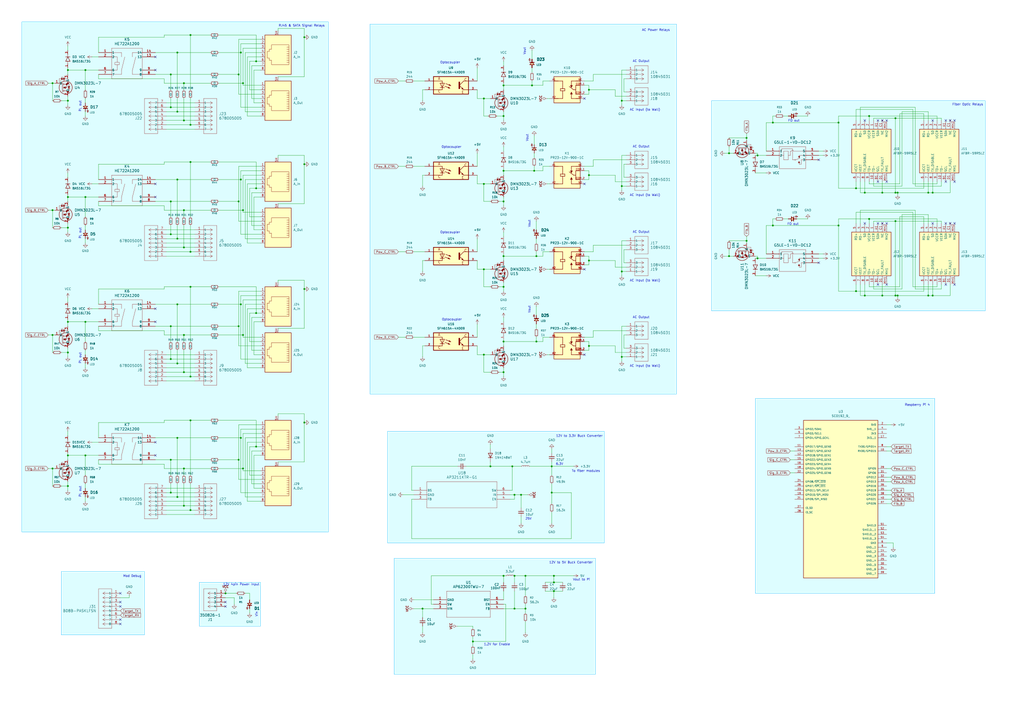
<source format=kicad_sch>
(kicad_sch (version 20250114) (generator "eeschema") (generator_version "9.0")
  (paper "A2")
  (lib_symbols
    (symbol "2025-06-13_15-37-16:350826-1" (pin_names (offset 0.254))
      (property "Reference" "J" (at 8.89 6.35 0))
      (property "Value" "350826-1" (at 0 0 0))
      (symbol "350826-1_1_1"
        (pin unspecified line (at 0 0 0) (length 5.08) (name "1") (number "1"))
        (pin unspecified line (at 0 -2.54 0) (length 5.08) (name "2") (number "2"))
        (pin unspecified line (at 0 -5.08 0) (length 5.08) (name "3") (number "3"))
        (pin unspecified line (at 0 -7.62 0) (length 5.08) (name "4") (number "4"))
      )
      (symbol "350826-1_1_2"
        (pin unspecified line (at 0 0 0) (length 5.08) (name "1") (number "1"))
        (pin unspecified line (at 0 -2.54 0) (length 5.08) (name "2") (number "2"))
        (pin unspecified line (at 0 -5.08 0) (length 5.08) (name "3") (number "3"))
        (pin unspecified line (at 0 -7.62 0) (length 5.08) (name "4") (number "4"))
      )
    )
    (symbol "2025-06-13_17-05-22:AP3211KTR-G1" (pin_names (offset 0.254))
      (property "Reference" "U" (at 27.94 10.16 0))
      (property "Value" "AP3211KTR-G1" (at 27.94 7.62 0))
      (symbol "AP3211KTR-G1_0_1"
        (pin unspecified line (at 0 0 0) (length 7.62) (name "BS") (number "1"))
        (pin power_in line (at 0 -2.54 0) (length 7.62) (name "GND") (number "2"))
        (pin output line (at 0 -5.08 0) (length 7.62) (name "FB") (number "3"))
        (pin output line (at 55.88 0 180) (length 7.62) (name "SW") (number "6"))
        (pin input line (at 55.88 -2.54 180) (length 7.62) (name "IN") (number "5"))
        (pin input line (at 55.88 -5.08 180) (length 7.62) (name "EN") (number "4"))
      )
    )
    (symbol "2025-06-16_15-48-50:HE722A1200" (pin_names (offset 0.254))
      (property "Reference" "K" (at 17.78 7.62 0))
      (property "Value" "HE722A1200" (at 20.32 5.08 0))
      (symbol "HE722A1200_0_1"
        (pin unspecified line (at 0 0 0) (length 7.62) (name "1") (number "1"))
        (pin unspecified line (at 0 -2.54 0) (length 7.62) (name "2") (number "2"))
        (pin unspecified line (at 0 -10.16 0) (length 7.62) (name "6") (number "6"))
        (pin unspecified line (at 0 -12.7 0) (length 7.62) (name "7") (number "7"))
        (pin unspecified line (at 33.02 0 180) (length 7.62) (name "14") (number "14"))
        (pin unspecified line (at 33.02 -2.54 180) (length 7.62) (name "13") (number "13"))
        (pin unspecified line (at 33.02 -10.16 180) (length 7.62) (name "9") (number "9"))
        (pin unspecified line (at 33.02 -12.7 180) (length 7.62) (name "8") (number "8"))
      )
    )
    (symbol "2025-06-16_16-08-42:DMN3023L-7" (pin_names (offset 0.254))
      (property "Reference" "U" (at 11.43 4.445 0))
      (property "Value" "DMN3023L-7" (at 11.43 0 0))
      (symbol "DMN3023L-7_0_1"
        (pin power_out line (at 0 0 0) (length 2.54) (name "G") (number "1"))
        (pin unspecified line (at 7.62 7.62 270) (length 2.54) (name "D") (number "2"))
        (pin power_in line (at 7.62 -5.08 90) (length 2.54) (name "S") (number "3"))
      )
    )
    (symbol "2025-06-16_17-11-58:G5LE-1-VD-DC12" (pin_names (offset 0.254))
      (property "Reference" "K" (at 15.24 7.62 0))
      (property "Value" "G5LE-1-VD-DC12" (at 15.24 5.08 0))
      (symbol "G5LE-1-VD-DC12_0_1"
        (pin unspecified line (at 0 0 0) (length 7.62) (name "1") (number "1"))
        (pin unspecified line (at 0 -2.54 0) (length 7.62) (name "2") (number "2"))
        (pin unspecified line (at 30.48 0 180) (length 7.62) (name "5") (number "5"))
        (pin unspecified line (at 30.48 -2.54 180) (length 7.62) (name "4") (number "4"))
        (pin unspecified line (at 30.48 -5.08 180) (length 7.62) (name "3") (number "3"))
      )
    )
    (symbol "2025-06-19_16-23-33:10845031" (pin_names (offset 0.254))
      (property "Reference" "J" (at 8.89 6.35 0))
      (property "Value" "10845031" (at 0 0 0))
      (symbol "10845031_1_1"
        (pin unspecified line (at 0 0 0) (length 5.08) (name "1") (number "1"))
        (pin unspecified line (at 0 -2.54 0) (length 5.08) (name "2") (number "2"))
        (pin unspecified line (at 0 -5.08 0) (length 5.08) (name "3") (number "3"))
      )
      (symbol "10845031_1_2"
        (pin unspecified line (at 0 0 0) (length 5.08) (name "1") (number "1"))
        (pin unspecified line (at 0 -2.54 0) (length 5.08) (name "2") (number "2"))
        (pin unspecified line (at 0 -5.08 0) (length 5.08) (name "3") (number "3"))
      )
    )
    (symbol "2025-06-19_19-31-31:678005005" (pin_names (offset 0.254))
      (property "Reference" "J" (at 8.89 6.35 0))
      (property "Value" "678005005" (at 0 0 0))
      (symbol "678005005_1_1"
        (pin unspecified line (at 0 0 0) (length 5.08) (name "1") (number "1"))
        (pin unspecified line (at 0 -2.54 0) (length 5.08) (name "2") (number "2"))
        (pin unspecified line (at 0 -5.08 0) (length 5.08) (name "3") (number "3"))
        (pin unspecified line (at 0 -7.62 0) (length 5.08) (name "4") (number "4"))
        (pin unspecified line (at 0 -10.16 0) (length 5.08) (name "5") (number "5"))
        (pin unspecified line (at 0 -12.7 0) (length 5.08) (name "6") (number "6"))
        (pin unspecified line (at 0 -15.24 0) (length 5.08) (name "7") (number "7"))
      )
      (symbol "678005005_1_2"
        (pin unspecified line (at 0 0 0) (length 5.08) (name "1") (number "1"))
        (pin unspecified line (at 0 -2.54 0) (length 5.08) (name "2") (number "2"))
        (pin unspecified line (at 0 -5.08 0) (length 5.08) (name "3") (number "3"))
        (pin unspecified line (at 0 -7.62 0) (length 5.08) (name "4") (number "4"))
        (pin unspecified line (at 0 -10.16 0) (length 5.08) (name "5") (number "5"))
        (pin unspecified line (at 0 -12.7 0) (length 5.08) (name "6") (number "6"))
        (pin unspecified line (at 0 -15.24 0) (length 5.08) (name "7") (number "7"))
      )
    )
    (symbol "2025-06-19_20-51-02:B08B-PASKLFSN" (pin_names (offset 0.254))
      (property "Reference" "J" (at 8.89 6.35 0))
      (property "Value" "B08B-PASKLFSN" (at 0 0 0))
      (symbol "B08B-PASKLFSN_1_1"
        (pin unspecified line (at 0 0 0) (length 5.08) (name "1") (number "1"))
        (pin unspecified line (at 0 -2.54 0) (length 5.08) (name "2") (number "2"))
        (pin unspecified line (at 0 -5.08 0) (length 5.08) (name "3") (number "3"))
        (pin unspecified line (at 0 -7.62 0) (length 5.08) (name "4") (number "4"))
        (pin unspecified line (at 0 -10.16 0) (length 5.08) (name "5") (number "5"))
        (pin unspecified line (at 0 -12.7 0) (length 5.08) (name "6") (number "6"))
        (pin unspecified line (at 0 -15.24 0) (length 5.08) (name "7") (number "7"))
        (pin unspecified line (at 0 -17.78 0) (length 5.08) (name "8") (number "8"))
      )
      (symbol "B08B-PASKLFSN_1_2"
        (pin unspecified line (at 0 0 0) (length 5.08) (name "1") (number "1"))
        (pin unspecified line (at 0 -2.54 0) (length 5.08) (name "2") (number "2"))
        (pin unspecified line (at 0 -5.08 0) (length 5.08) (name "3") (number "3"))
        (pin unspecified line (at 0 -7.62 0) (length 5.08) (name "4") (number "4"))
        (pin unspecified line (at 0 -10.16 0) (length 5.08) (name "5") (number "5"))
        (pin unspecified line (at 0 -12.7 0) (length 5.08) (name "6") (number "6"))
        (pin unspecified line (at 0 -15.24 0) (length 5.08) (name "7") (number "7"))
        (pin unspecified line (at 0 -17.78 0) (length 5.08) (name "8") (number "8"))
      )
    )
    (symbol "2025-06-23_15-31-30:AP62300TWU-7" (pin_names (offset 0.254))
      (property "Reference" "U" (at 20.32 10.16 0))
      (property "Value" "AP62300TWU-7" (at 20.32 7.62 0))
      (symbol "AP62300TWU-7_0_1"
        (pin power_out line (at 0 0 0) (length 7.62) (name "GND") (number "1"))
        (pin output line (at 0 -2.54 0) (length 7.62) (name "SW") (number "2"))
        (pin power_in line (at 0 -5.08 0) (length 7.62) (name "VIN") (number "3"))
        (pin unspecified line (at 40.64 0 180) (length 7.62) (name "BST") (number "6"))
        (pin input line (at 40.64 -2.54 180) (length 7.62) (name "EN") (number "5"))
        (pin unspecified line (at 40.64 -5.08 180) (length 7.62) (name "FB") (number "4"))
      )
    )
    (symbol "AFBR-59R5LZ:AFBR-59R5LZ"
      (property "Reference" "J" (at 31.75 7.62 0))
      (property "Value" "AFBR-59R5LZ" (at 31.75 5.08 0))
      (symbol "AFBR-59R5LZ_1_1"
        (pin passive line (at 0 0 0) (length 5.08) (name "MH2") (number "MH2"))
        (pin no_connect line (at 0 -2.54 0) (length 5.08) (name "NC") (number "C1"))
        (pin passive line (at 0 -5.08 0) (length 5.08) (name "SDA") (number "A1"))
        (pin passive line (at 0 -7.62 0) (length 5.08) (name "VEER") (number "1"))
        (pin passive line (at 0 -10.16 0) (length 5.08) (name "VCCR") (number "2"))
        (pin passive line (at 0 -12.7 0) (length 5.08) (name "SD") (number "3"))
        (pin passive line (at 0 -15.24 0) (length 5.08) (name "RD-") (number "4"))
        (pin passive line (at 0 -17.78 0) (length 5.08) (name "RD+") (number "5"))
        (pin passive line (at 35.56 0 180) (length 5.08) (name "MH1") (number "MH1"))
        (pin passive line (at 35.56 -2.54 180) (length 5.08) (name "TX_FAULT") (number "D1"))
        (pin passive line (at 35.56 -5.08 180) (length 5.08) (name "SCL") (number "B1"))
        (pin passive line (at 35.56 -7.62 180) (length 5.08) (name "TD-") (number "10"))
        (pin passive line (at 35.56 -10.16 180) (length 5.08) (name "TD+") (number "9"))
        (pin passive line (at 35.56 -12.7 180) (length 5.08) (name "TX_DISABLE") (number "8"))
        (pin passive line (at 35.56 -15.24 180) (length 5.08) (name "VEET") (number "7"))
        (pin passive line (at 35.56 -17.78 180) (length 5.08) (name "VCCT") (number "6"))
      )
    )
    (symbol "BAS16LT3G:BAS16LT3G" (pin_names (offset 1.016))
      (property "Reference" "D" (at -2.5434 2.5434 0))
      (property "Value" "BAS16LT3G" (at -2.5436 -5.0872 0))
      (symbol "BAS16LT3G_0_0"
        (pin passive line (at -5.08 0 0) (length 2.54) (name "~") (number "1"))
        (pin passive line (at 5.08 0 180) (length 2.54) (name "~") (number "3"))
      )
    )
    (symbol "Connector:RJ45_Shielded" (pin_names (offset 1.016))
      (property "Reference" "J" (at -5.08 13.97 0))
      (property "Value" "RJ45_Shielded" (at 2.54 13.97 0))
      (symbol "RJ45_Shielded_1_1"
        (pin passive line (at 0 -12.7 90) (length 2.54) (name "~") (number "SH"))
        (pin passive line (at 10.16 10.16 180) (length 2.54) (name "~") (number "8"))
        (pin passive line (at 10.16 7.62 180) (length 2.54) (name "~") (number "7"))
        (pin passive line (at 10.16 5.08 180) (length 2.54) (name "~") (number "6"))
        (pin passive line (at 10.16 2.54 180) (length 2.54) (name "~") (number "5"))
        (pin passive line (at 10.16 0 180) (length 2.54) (name "~") (number "4"))
        (pin passive line (at 10.16 -2.54 180) (length 2.54) (name "~") (number "3"))
        (pin passive line (at 10.16 -5.08 180) (length 2.54) (name "~") (number "2"))
        (pin passive line (at 10.16 -7.62 180) (length 2.54) (name "~") (number "1"))
      )
    )
    (symbol "Device:C_Small" (pin_numbers (hide yes)) (pin_names (offset 0.254) (hide yes))
      (property "Reference" "C" (at 0.254 1.778 0))
      (property "Value" "C_Small" (at 0.254 -2.032 0))
      (symbol "C_Small_1_1"
        (pin passive line (at 0 2.54 270) (length 2.032) (name "~") (number "1"))
        (pin passive line (at 0 -2.54 90) (length 2.032) (name "~") (number "2"))
      )
    )
    (symbol "Device:L_Small" (pin_numbers (hide yes)) (pin_names (offset 0.254) (hide yes))
      (property "Reference" "L" (at 0.762 1.016 0))
      (property "Value" "L_Small" (at 0.762 -1.016 0))
      (symbol "L_Small_1_1"
        (pin passive line (at 0 2.54 270) (length 0.508) (name "~") (number "1"))
        (pin passive line (at 0 -2.54 90) (length 0.508) (name "~") (number "2"))
      )
    )
    (symbol "Device:R_Small" (pin_numbers (hide yes)) (pin_names (offset 0.254) (hide yes))
      (property "Reference" "R" (at 0 0 90))
      (property "Value" "R_Small" (at 1.778 0 90))
      (symbol "R_Small_1_1"
        (pin passive line (at 0 2.54 270) (length 0.762) (name "~") (number "1"))
        (pin passive line (at 0 -2.54 90) (length 0.762) (name "~") (number "2"))
      )
    )
    (symbol "Diode:1N4148WT" (pin_numbers (hide yes)) (pin_names (hide yes))
      (property "Reference" "D" (at 0 2.54 0))
      (property "Value" "1N4148WT" (at 0 -2.54 0))
      (symbol "1N4148WT_1_1"
        (pin passive line (at -3.81 0 0) (length 2.54) (name "K") (number "1"))
        (pin passive line (at 3.81 0 180) (length 2.54) (name "A") (number "2"))
      )
    )
    (symbol "PR23-12V-900-1C:PR23-12V-900-1C" (pin_names (offset 1.016))
      (property "Reference" "K" (at -7.62 8.382 0))
      (property "Value" "PR23-12V-900-1C" (at -7.62 -10.16 0))
      (symbol "PR23-12V-900-1C_0_0"
        (pin passive line (at -10.16 5.08 0) (length 5.08) (name "~") (number "A1"))
        (pin passive line (at -10.16 -5.08 0) (length 5.08) (name "~") (number "A2"))
        (pin passive line (at 10.16 5.08 180) (length 5.08) (name "~") (number "NC"))
        (pin passive line (at 10.16 2.54 180) (length 5.08) (name "~") (number "COM_1"))
        (pin passive line (at 10.16 -2.54 180) (length 5.08) (name "~") (number "COM_2"))
        (pin passive line (at 10.16 -5.08 180) (length 5.08) (name "~") (number "NO"))
      )
    )
    (symbol "SC0192_9_:SC0192_9_" (pin_names (offset 1.016))
      (property "Reference" "U" (at -22.86 27.94 0))
      (property "Value" "SC0192_9_" (at -22.86 -67.945 0))
      (symbol "SC0192_9__0_0"
        (pin bidirectional line (at -27.94 20.32 0) (length 5.08) (name "GPIO2/SDA1") (number "3"))
        (pin bidirectional line (at -27.94 17.78 0) (length 5.08) (name "GPIO3/SCL1") (number "5"))
        (pin bidirectional line (at -27.94 15.24 0) (length 5.08) (name "GPIO4/GPIO_GCKL") (number "7"))
        (pin bidirectional line (at -27.94 10.16 0) (length 5.08) (name "GPIO17/GPIO_GEN0") (number "11"))
        (pin bidirectional line (at -27.94 7.62 0) (length 5.08) (name "GPIO27/GPIO_GEN2") (number "13"))
        (pin bidirectional line (at -27.94 5.08 0) (length 5.08) (name "GPIO18/GPIO_GEN1") (number "12"))
        (pin bidirectional line (at -27.94 2.54 0) (length 5.08) (name "GPIO22/GPIO_GEN3") (number "15"))
        (pin bidirectional line (at -27.94 0 0) (length 5.08) (name "GPIO23/GPIO_GEN4") (number "16"))
        (pin bidirectional line (at -27.94 -2.54 0) (length 5.08) (name "GPIO24/GPIO_GEN5") (number "18"))
        (pin bidirectional line (at -27.94 -5.08 0) (length 5.08) (name "GPIO25/GPIO_GEN6") (number "22"))
        (pin bidirectional line (at -27.94 -10.16 0) (length 5.08) (name "GPIO8/~{SPI_CE0}") (number "24"))
        (pin bidirectional line (at -27.94 -12.7 0) (length 5.08) (name "GPIO7/~{SPI_CE1}") (number "26"))
        (pin bidirectional line (at -27.94 -15.24 0) (length 5.08) (name "GPIO11/SPI_SCLK") (number "23"))
        (pin bidirectional line (at -27.94 -17.78 0) (length 5.08) (name "GPIO10/SPI_MOSI") (number "19"))
        (pin bidirectional line (at -27.94 -20.32 0) (length 5.08) (name "GPIO9/SPI_MISO") (number "21"))
        (pin bidirectional line (at -27.94 -25.4 0) (length 5.08) (name "ID_SD") (number "27"))
        (pin bidirectional line (at -27.94 -27.94 0) (length 5.08) (name "ID_SC") (number "28"))
        (pin power_in line (at 25.4 22.86 180) (length 5.08) (name "5V0") (number "2"))
        (pin power_in line (at 25.4 20.32 180) (length 5.08) (name "5V0__1") (number "4"))
        (pin power_in line (at 25.4 17.78 180) (length 5.08) (name "3V3") (number "1"))
        (pin power_in line (at 25.4 15.24 180) (length 5.08) (name "3V3__1") (number "17"))
        (pin bidirectional line (at 25.4 10.16 180) (length 5.08) (name "TXD0/GPIO14") (number "8"))
        (pin bidirectional line (at 25.4 7.62 180) (length 5.08) (name "RXD0/GPIO15") (number "10"))
        (pin bidirectional line (at 25.4 -2.54 180) (length 5.08) (name "GPIO5") (number "29"))
        (pin bidirectional line (at 25.4 -5.08 180) (length 5.08) (name "GPIO6") (number "31"))
        (pin bidirectional line (at 25.4 -7.62 180) (length 5.08) (name "GPIO12") (number "32"))
        (pin bidirectional line (at 25.4 -10.16 180) (length 5.08) (name "GPIO13") (number "33"))
        (pin bidirectional line (at 25.4 -12.7 180) (length 5.08) (name "GPIO16") (number "36"))
        (pin bidirectional line (at 25.4 -15.24 180) (length 5.08) (name "GPIO19") (number "35"))
        (pin bidirectional line (at 25.4 -17.78 180) (length 5.08) (name "GPIO20") (number "38"))
        (pin bidirectional line (at 25.4 -20.32 180) (length 5.08) (name "GPIO21") (number "40"))
        (pin bidirectional line (at 25.4 -22.86 180) (length 5.08) (name "GPIO26") (number "37"))
        (pin power_in line (at 25.4 -35.56 180) (length 5.08) (name "SHIELD") (number "S1"))
        (pin power_in line (at 25.4 -38.1 180) (length 5.08) (name "SHIELD__1") (number "S2"))
        (pin power_in line (at 25.4 -40.64 180) (length 5.08) (name "SHIELD__2") (number "S3"))
        (pin power_in line (at 25.4 -43.18 180) (length 5.08) (name "SHIELD__3") (number "S4"))
        (pin power_in line (at 25.4 -45.72 180) (length 5.08) (name "GND") (number "6"))
        (pin power_in line (at 25.4 -48.26 180) (length 5.08) (name "GND__1") (number "9"))
        (pin power_in line (at 25.4 -50.8 180) (length 5.08) (name "GND__2") (number "14"))
        (pin power_in line (at 25.4 -53.34 180) (length 5.08) (name "GND__3") (number "20"))
        (pin power_in line (at 25.4 -55.88 180) (length 5.08) (name "GND__4") (number "25"))
        (pin power_in line (at 25.4 -58.42 180) (length 5.08) (name "GND__5") (number "30"))
        (pin power_in line (at 25.4 -60.96 180) (length 5.08) (name "GND__6") (number "34"))
        (pin power_in line (at 25.4 -63.5 180) (length 5.08) (name "GND__7") (number "39"))
      )
    )
    (symbol "SFH615A-4X009:SFH615A-4X009" (pin_names (offset 1.016))
      (property "Reference" "U" (at -5.0817 5.5899 0))
      (property "Value" "SFH615A-4X009" (at -5.0859 -7.6288 0))
      (symbol "SFH615A-4X009_0_0"
        (text "C" (at -7.6324 -4.325 0) (effects (font (size 1.5265 1.5265)) (justify left bottom)))
        (text "A" (at -7.626 3.0504 0) (effects (font (size 1.5252 1.5252)) (justify left bottom)))
        (text "E" (at 7.6202 -3.0481 0) (effects (font (size 1.524 1.524)) (justify right top)))
        (text "C" (at 7.6308 3.3067 0) (effects (font (size 1.5262 1.5262)) (justify left)))
        (pin passive line (at -15.24 2.54 0) (length 5.08) (name "~") (number "1"))
        (pin passive line (at -15.24 -2.54 0) (length 5.08) (name "~") (number "2"))
        (pin passive line (at 15.24 2.54 180) (length 5.08) (name "~") (number "4"))
        (pin passive line (at 15.24 -2.54 180) (length 5.08) (name "~") (number "3"))
      )
    )
    (symbol "opto:LED" (pin_numbers (hide yes)) (pin_names (offset 1.016) (hide yes))
      (property "Reference" "D" (at 0 2.794 0))
      (property "Value" "LED" (at 0 -2.54 0))
      (symbol "LED_1_1"
        (pin passive line (at -2.54 0 0) (length 1.905) (name "A") (number "A"))
        (pin passive line (at -2.54 0 0) (length 1.905) (name "A") (number "A"))
        (pin passive line (at -2.54 0 0) (length 1.905) (name "A") (number "A"))
        (pin passive line (at -2.54 0 0) (length 1.905) (name "A") (number "A"))
        (pin passive line (at 2.54 0 180) (length 1.905) (name "K") (number "K"))
        (pin passive line (at 2.54 0 180) (length 1.905) (name "K") (number "K"))
        (pin passive line (at 2.54 0 180) (length 1.905) (name "K") (number "K"))
        (pin passive line (at 2.54 0 180) (length 1.905) (name "K") (number "K"))
      )
    )
    (symbol "power(1):VCC" (power) (pin_numbers (hide yes)) (pin_names (offset 0) (hide yes))
      (symbol "VCC_0_0"
        (text "VCC" (at 0 3.81 0) (effects (font (size 1.27 1.27) (bold yes))))
      )
      (symbol "VCC_1_1"
        (pin power_in line (at 0 0 90) (length 0) (hide yes) (name "VCC") (number "1"))
      )
    )
    (symbol "power:+3.3V" (power) (pin_numbers (hide yes)) (pin_names (offset 0) (hide yes))
      (property "Value" "+3.3V" (at 0 3.556 0))
      (symbol "+3.3V_1_1"
        (pin power_in line (at 0 0 90) (length 0) (name "~") (number "1"))
      )
    )
    (symbol "power:+5V" (power) (pin_numbers (hide yes)) (pin_names (offset 0) (hide yes))
      (property "Value" "+5V" (at 0 3.556 0))
      (symbol "+5V_1_1"
        (pin power_in line (at 0 0 90) (length 0) (name "~") (number "1"))
      )
    )
    (symbol "power:GND" (power) (pin_numbers (hide yes)) (pin_names (offset 0) (hide yes))
      (property "Value" "GND" (at 0 -3.81 0))
      (symbol "GND_1_1"
        (pin power_in line (at 0 0 270) (length 0) (name "~") (number "1"))
      )
    )
    (symbol "power:VCC" (power) (pin_numbers (hide yes)) (pin_names (offset 0) (hide yes))
      (property "Value" "VCC" (at 0 3.556 0))
      (symbol "VCC_1_1"
        (pin power_in line (at 0 0 90) (length 0) (name "~") (number "1"))
      )
    )
  )
  (rectangle (start 228.6 323.85) (end 345.44 391.16) (stroke (width 0) (color 7 180 255 1)) (fill (type color) (color 221 253 255 1)))
  (rectangle (start 214.63 13.97) (end 392.43 228.6) (stroke (width 0) (color 7 180 255 1)) (fill (type color) (color 221 253 255 1)))
  (rectangle (start 224.79 250.19) (end 350.52 314.96) (stroke (width 0) (color 7 180 255 1)) (fill (type color) (color 221 253 255 1)))
  (rectangle (start 12.7 12.7) (end 190.5 308.61) (stroke (width 0) (color 7 180 255 1)) (fill (type color) (color 221 253 255 1)))
  (rectangle (start 412.75 58.42) (end 571.5 180.34) (stroke (width 0) (color 7 180 255 1)) (fill (type color) (color 221 253 255 1)))
  (rectangle (start 35.56 331.47) (end 83.82 368.3) (stroke (width 0) (color 7 180 255 1)) (fill (type color) (color 221 253 255 1)))
  (rectangle (start 115.57 337.82) (end 151.13 363.22) (stroke (width 0) (color 7 180 255 1)) (fill (type color) (color 221 253 255 1)))
  (rectangle (start 438.15 231.14) (end 542.29 344.17) (stroke (width 0) (color 7 180 255 1)) (fill (type color) (color 221 253 255 1)))
  (text "Optocoupler" (at 261.112 36.322 0) (effects (font (size 1.27 1.27))))
  (text "AC Input (to Wall)\n" (at 374.142 63.754 0) (effects (font (size 1.27 1.27))))
  (text "To fiber modules\n" (at 339.852 273.304 0) (effects (font (size 1.27 1.27))))
  (text "FO out" (at 460.502 70.104 0) (effects (font (size 1.27 1.27))))
  (text "AC Output" (at 371.856 184.15 0) (effects (font (size 1.27 1.27))))
  (text "Vout" (at 307.086 179.578 90) (effects (font (size 1.27 1.27))))
  (text "Vout" (at 304.292 29.718 90) (effects (font (size 1.27 1.27))))
  (text "RJ45 & SATA Signal Relays" (at 175.006 14.986 0) (effects (font (size 1.27 1.27))))
  (text "Optocoupler" (at 261.874 85.344 0) (effects (font (size 1.27 1.27))))
  (text "6.3V" (at 324.612 269.24 0) (effects (font (size 1.27 1.27))))
  (text "12V to 5V Buck Converter\n" (at 331.216 326.39 0) (effects (font (size 1.27 1.27))))
  (text "25V\n" (at 306.578 300.99 0) (effects (font (size 1.27 1.27))))
  (text "PL out" (at 46.482 61.722 90) (effects (font (size 1.27 1.27))))
  (text "AC Output" (at 371.856 85.09 0) (effects (font (size 1.27 1.27))))
  (text "Raspberry Pi 4" (at 532.13 234.95 0) (effects (font (size 1.27 1.27))))
  (text "PL out" (at 46.482 207.772 90) (effects (font (size 1.27 1.27))))
  (text "AC Output" (at 371.856 134.62 0) (effects (font (size 1.27 1.27))))
  (text "AC Input (to Wall)\n" (at 374.142 212.344 0) (effects (font (size 1.27 1.27))))
  (text "Vout" (at 307.086 129.794 90) (effects (font (size 1.27 1.27))))
  (text "AC Input (to Wall)\n" (at 374.142 113.284 0) (effects (font (size 1.27 1.27))))
  (text "1.2V for Enable\n" (at 288.29 373.888 0) (effects (font (size 1.27 1.27))))
  (text "Fiber Optic Relays" (at 561.34 60.706 0) (effects (font (size 1.27 1.27))))
  (text "12V 4pin Power Input" (at 139.954 339.09 0) (effects (font (size 1.27 1.27))))
  (text "AC Power Relays" (at 380.492 17.526 0) (effects (font (size 1.27 1.27))))
  (text "Optocoupler" (at 261.112 134.874 0) (effects (font (size 1.27 1.27))))
  (text "Optocoupler" (at 262.128 185.42 0) (effects (font (size 1.27 1.27))))
  (text "12V to 3.3V Buck Converter" (at 336.042 252.984 0) (effects (font (size 1.27 1.27))))
  (text "AC Input (to Wall)\n" (at 374.142 162.814 0) (effects (font (size 1.27 1.27))))
  (text "Vout" (at 305.816 80.01 90) (effects (font (size 1.27 1.27))))
  (text "FO out" (at 459.994 130.048 0) (effects (font (size 1.27 1.27))))
  (text "AC Output" (at 371.856 35.56 0) (effects (font (size 1.27 1.27))))
  (text "PL out" (at 46.482 135.382 90) (effects (font (size 1.27 1.27))))
  (text "Vin" (at 148.844 356.362 90) (effects (font (size 1.27 1.27))))
  (text "PL out" (at 46.482 285.242 90) (effects (font (size 1.27 1.27))))
  (text "Mod Debug" (at 76.708 334.264 0) (effects (font (size 1.27 1.27))))
  (text "Vout to Pi" (at 337.312 336.296 0) (effects (font (size 1.27 1.27))))
  (junction (at 486.41 130.81))
  (junction (at 99.06 62.23))
  (junction (at 30.48 271.78))
  (junction (at 30.48 194.31))
  (junction (at 99.06 208.28))
  (junction (at 433.07 139.7))
  (junction (at 321.31 334.01))
  (junction (at 311.15 148.59))
  (junction (at 341.63 200.66))
  (junction (at 448.31 71.12))
  (junction (at 139.7 30.48))
  (junction (at 519.43 171.45))
  (junction (at 176.53 21.59))
  (junction (at 496.57 168.91))
  (junction (at 140.97 271.78))
  (junction (at 439.42 90.17))
  (junction (at 511.81 111.76))
  (junction (at 138.43 43.18))
  (junction (at 139.7 176.53))
  (junction (at 106.68 215.9))
  (junction (at 311.15 198.12))
  (junction (at 320.04 285.75))
  (junction (at 106.68 194.31))
  (junction (at 280.67 205.74))
  (junction (at 49.53 40.64))
  (junction (at 292.1 67.31))
  (junction (at 49.53 114.3))
  (junction (at 504.19 127))
  (junction (at 292.1 166.37))
  (junction (at 39.37 186.69))
  (junction (at 102.87 254))
  (junction (at 139.7 104.14))
  (junction (at 519.43 128.27))
  (junction (at 519.43 68.58))
  (junction (at 280.67 57.15))
  (junction (at 138.43 189.23))
  (junction (at 102.87 176.53))
  (junction (at 280.67 106.68))
  (junction (at 433.07 80.01))
  (junction (at 448.31 130.81))
  (junction (at 309.88 99.06))
  (junction (at 99.06 285.75))
  (junction (at 106.68 293.37))
  (junction (at 321.31 337.82))
  (junction (at 148.59 181.61))
  (junction (at 99.06 135.89))
  (junction (at 140.97 48.26))
  (junction (at 49.53 264.16))
  (junction (at 148.59 259.08))
  (junction (at 139.7 254))
  (junction (at 102.87 64.77))
  (junction (at 39.37 204.47))
  (junction (at 274.32 372.11))
  (junction (at 292.1 116.84))
  (junction (at 304.8 353.06))
  (junction (at 501.65 171.45))
  (junction (at 308.61 49.53))
  (junction (at 110.49 218.44))
  (junction (at 176.53 167.64))
  (junction (at 110.49 93.98))
  (junction (at 110.49 20.32))
  (junction (at 504.19 67.31))
  (junction (at 39.37 114.3))
  (junction (at 538.48 111.76))
  (junction (at 541.02 111.76))
  (junction (at 284.48 270.51))
  (junction (at 320.04 270.51))
  (junction (at 102.87 288.29))
  (junction (at 501.65 111.76))
  (junction (at 130.81 344.17))
  (junction (at 245.11 353.06))
  (junction (at 280.67 156.21))
  (junction (at 30.48 121.92))
  (junction (at 99.06 266.7))
  (junction (at 110.49 166.37))
  (junction (at 292.1 99.06))
  (junction (at 292.1 148.59))
  (junction (at 297.18 270.51))
  (junction (at 39.37 40.64))
  (junction (at 360.68 207.01))
  (junction (at 511.81 171.45))
  (junction (at 298.45 287.02))
  (junction (at 302.26 287.02))
  (junction (at 39.37 58.42))
  (junction (at 341.63 151.13))
  (junction (at 341.63 101.6))
  (junction (at 422.91 148.59))
  (junction (at 110.49 146.05))
  (junction (at 138.43 116.84))
  (junction (at 102.87 138.43))
  (junction (at 140.97 121.92))
  (junction (at 292.1 198.12))
  (junction (at 422.91 88.9))
  (junction (at 110.49 295.91))
  (junction (at 538.48 171.45))
  (junction (at 360.68 58.42))
  (junction (at 519.43 111.76))
  (junction (at 39.37 132.08))
  (junction (at 292.1 49.53))
  (junction (at 99.06 43.18))
  (junction (at 106.68 69.85))
  (junction (at 102.87 30.48))
  (junction (at 541.02 171.45))
  (junction (at 138.43 266.7))
  (junction (at 140.97 194.31))
  (junction (at 148.59 35.56))
  (junction (at 439.42 149.86))
  (junction (at 360.68 157.48))
  (junction (at 520.7 111.76))
  (junction (at 341.63 52.07))
  (junction (at 298.45 353.06))
  (junction (at 110.49 243.84))
  (junction (at 304.8 334.01))
  (junction (at 148.59 109.22))
  (junction (at 30.48 48.26))
  (junction (at 106.68 121.92))
  (junction (at 176.53 245.11))
  (junction (at 496.57 109.22))
  (junction (at 298.45 334.01))
  (junction (at 39.37 264.16))
  (junction (at 292.1 215.9))
  (junction (at 486.41 71.12))
  (junction (at 99.06 189.23))
  (junction (at 321.31 342.9))
  (junction (at 520.7 171.45))
  (junction (at 360.68 107.95))
  (junction (at 102.87 210.82))
  (junction (at 39.37 281.94))
  (junction (at 49.53 186.69))
  (junction (at 106.68 48.26))
  (junction (at 106.68 143.51))
  (junction (at 102.87 104.14))
  (junction (at 176.53 95.25))
  (junction (at 106.68 271.78))
  (junction (at 292.1 334.01))
  (junction (at 110.49 72.39))
  (junction (at 99.06 116.84))
  (no_connect (at 90.17 186.69))
  (no_connect (at 548.64 105.41))
  (no_connect (at 339.09 156.21))
  (no_connect (at 509.27 105.41))
  (no_connect (at 514.35 129.54))
  (no_connect (at 90.17 40.64))
  (no_connect (at 553.72 69.85))
  (no_connect (at 474.98 152.4))
  (no_connect (at 90.17 33.02))
  (no_connect (at 541.02 69.85))
  (no_connect (at 339.09 106.68))
  (no_connect (at 541.02 129.54))
  (no_connect (at 69.85 344.17))
  (no_connect (at 509.27 69.85))
  (no_connect (at 130.81 351.79))
  (no_connect (at 501.65 69.85))
  (no_connect (at 514.35 105.41))
  (no_connect (at 548.64 165.1))
  (no_connect (at 511.81 129.54))
  (no_connect (at 69.85 361.95))
  (no_connect (at 90.17 256.54))
  (no_connect (at 501.65 129.54))
  (no_connect (at 551.18 69.85))
  (no_connect (at 90.17 106.68))
  (no_connect (at 130.81 349.25))
  (no_connect (at 90.17 264.16))
  (no_connect (at 339.09 205.74))
  (no_connect (at 69.85 349.25))
  (no_connect (at 69.85 359.41))
  (no_connect (at 509.27 129.54))
  (no_connect (at 511.81 69.85))
  (no_connect (at 509.27 165.1))
  (no_connect (at 553.72 165.1))
  (no_connect (at 548.64 69.85))
  (no_connect (at 553.72 105.41))
  (no_connect (at 339.09 57.15))
  (no_connect (at 90.17 114.3))
  (no_connect (at 553.72 129.54))
  (no_connect (at 514.35 165.1))
  (no_connect (at 514.35 69.85))
  (no_connect (at 69.85 351.79))
  (no_connect (at 548.64 129.54))
  (no_connect (at 551.18 129.54))
  (no_connect (at 474.98 92.71))
  (no_connect (at 90.17 179.07))
  (wire (pts (xy 135.89 350.52) (xy 135.89 346.71)))
  (wire (pts (xy 57.15 95.25) (xy 57.15 104.14)))
  (wire (pts (xy 102.87 104.14) (xy 121.92 104.14)))
  (wire (pts (xy 102.87 64.77) (xy 113.03 64.77)))
  (wire (pts (xy 99.06 57.15) (xy 99.06 62.23)))
  (wire (pts (xy 49.53 210.82) (xy 49.53 213.36)))
  (wire (pts (xy 331.47 312.42) (xy 331.47 285.75)))
  (wire (pts (xy 521.97 166.37) (xy 521.97 125.73)))
  (wire (pts (xy 433.07 77.47) (xy 433.07 80.01)))
  (wire (pts (xy 276.86 138.43) (xy 276.86 146.05)))
  (wire (pts (xy 433.07 80.01) (xy 433.07 81.28)))
  (wire (pts (xy 90.17 30.48) (xy 102.87 30.48)))
  (wire (pts (xy 245.11 363.22) (xy 245.11 367.03)))
  (wire (pts (xy 458.47 266.7) (xy 461.01 266.7)))
  (wire (pts (xy 143.51 33.02) (xy 143.51 67.31)))
  (wire (pts (xy 30.48 121.92) (xy 31.75 121.92)))
  (wire (pts (xy 339.09 198.12) (xy 341.63 198.12)))
  (wire (pts (xy 433.07 137.16) (xy 433.07 139.7)))
  (wire (pts (xy 361.95 201.93) (xy 363.22 201.93)))
  (wire (pts (xy 274.32 379.73) (xy 274.32 382.27)))
  (wire (pts (xy 140.97 27.94) (xy 140.97 48.26)))
  (wire (pts (xy 276.86 88.9) (xy 276.86 96.52)))
  (wire (pts (xy 99.06 208.28) (xy 113.03 208.28)))
  (wire (pts (xy 106.68 48.26) (xy 121.92 48.26)))
  (wire (pts (xy 519.43 68.58) (xy 546.1 68.58)))
  (wire (pts (xy 176.53 21.59) (xy 176.53 16.51)))
  (wire (pts (xy 139.7 25.4) (xy 139.7 30.48)))
  (wire (pts (xy 39.37 55.88) (xy 39.37 58.42)))
  (wire (pts (xy 238.76 312.42) (xy 331.47 312.42)))
  (wire (pts (xy 496.57 109.22) (xy 486.41 109.22)))
  (wire (pts (xy 543.56 67.31) (xy 504.19 67.31)))
  (wire (pts (xy 339.09 46.99) (xy 344.17 46.99)))
  (wire (pts (xy 280.67 57.15) (xy 284.48 57.15)))
  (wire (pts (xy 96.52 143.51) (xy 106.68 143.51)))
  (wire (pts (xy 438.15 160.02) (xy 444.5 160.02)))
  (wire (pts (xy 448.31 67.31) (xy 448.31 71.12)))
  (wire (pts (xy 292.1 334.01) (xy 293.37 334.01)))
  (wire (pts (xy 311.15 195.58) (xy 311.15 198.12)))
  (wire (pts (xy 245.11 151.13) (xy 246.38 151.13)))
  (wire (pts (xy 146.05 57.15) (xy 151.13 57.15)))
  (wire (pts (xy 529.59 106.68) (xy 543.56 106.68)))
  (wire (pts (xy 320.04 267.97) (xy 320.04 270.51)))
  (wire (pts (xy 39.37 172.72) (xy 39.37 175.26)))
  (wire (pts (xy 49.53 130.81) (xy 49.53 133.35)))
  (wire (pts (xy 361.95 45.72) (xy 361.95 53.34)))
  (wire (pts (xy 96.52 135.89) (xy 99.06 135.89)))
  (wire (pts (xy 356.87 151.13) (xy 341.63 151.13)))
  (wire (pts (xy 280.67 205.74) (xy 284.48 205.74)))
  (wire (pts (xy 96.52 146.05) (xy 110.49 146.05)))
  (wire (pts (xy 530.86 167.64) (xy 546.1 167.64)))
  (wire (pts (xy 151.13 261.62) (xy 146.05 261.62)))
  (wire (pts (xy 284.48 116.84) (xy 280.67 116.84)))
  (wire (pts (xy 135.89 346.71) (xy 130.81 346.71)))
  (wire (pts (xy 284.48 267.97) (xy 284.48 270.51)))
  (wire (pts (xy 151.13 259.08) (xy 148.59 259.08)))
  (wire (pts (xy 142.24 254) (xy 142.24 288.29)))
  (wire (pts (xy 339.09 49.53) (xy 341.63 49.53)))
  (wire (pts (xy 240.03 289.56) (xy 238.76 289.56)))
  (wire (pts (xy 361.95 144.78) (xy 361.95 152.4)))
  (wire (pts (xy 127 48.26) (xy 140.97 48.26)))
  (wire (pts (xy 49.53 203.2) (xy 49.53 205.74)))
  (wire (pts (xy 298.45 334.01) (xy 298.45 337.82)))
  (wire (pts (xy 320.04 270.51) (xy 320.04 275.59)))
  (wire (pts (xy 535.94 66.04) (xy 535.94 69.85)))
  (wire (pts (xy 96.52 208.28) (xy 99.06 208.28)))
  (wire (pts (xy 314.96 195.58) (xy 314.96 198.12)))
  (wire (pts (xy 314.96 148.59) (xy 311.15 148.59)))
  (wire (pts (xy 356.87 52.07) (xy 341.63 52.07)))
  (wire (pts (xy 454.66 127) (xy 457.2 127)))
  (wire (pts (xy 360.68 157.48) (xy 363.22 157.48)))
  (wire (pts (xy 144.78 52.07) (xy 151.13 52.07)))
  (wire (pts (xy 102.87 138.43) (xy 113.03 138.43)))
  (wire (pts (xy 321.31 337.82) (xy 326.39 337.82)))
  (wire (pts (xy 308.61 39.37) (xy 308.61 41.91)))
  (wire (pts (xy 292.1 198.12) (xy 292.1 200.66)))
  (wire (pts (xy 151.13 173.99) (xy 140.97 173.99)))
  (wire (pts (xy 49.53 114.3) (xy 57.15 114.3)))
  (wire (pts (xy 292.1 85.09) (xy 292.1 87.63)))
  (wire (pts (xy 538.48 105.41) (xy 538.48 111.76)))
  (wire (pts (xy 292.1 166.37) (xy 292.1 168.91)))
  (wire (pts (xy 292.1 49.53) (xy 292.1 48.26)))
  (wire (pts (xy 99.06 135.89) (xy 113.03 135.89)))
  (wire (pts (xy 292.1 99.06) (xy 292.1 97.79)))
  (wire (pts (xy 27.94 194.31) (xy 30.48 194.31)))
  (wire (pts (xy 106.68 57.15) (xy 106.68 69.85)))
  (wire (pts (xy 506.73 129.54) (xy 506.73 128.27)))
  (wire (pts (xy 474.98 147.32) (xy 477.52 147.32)))
  (wire (pts (xy 30.48 271.78) (xy 31.75 271.78)))
  (wire (pts (xy 308.61 29.21) (xy 308.61 34.29)))
  (wire (pts (xy 422.91 148.59) (xy 420.37 148.59)))
  (wire (pts (xy 147.32 114.3) (xy 147.32 133.35)))
  (wire (pts (xy 95.25 167.64) (xy 57.15 167.64)))
  (wire (pts (xy 39.37 129.54) (xy 39.37 132.08)))
  (wire (pts (xy 311.15 146.05) (xy 311.15 148.59)))
  (wire (pts (xy 314.96 146.05) (xy 314.96 148.59)))
  (wire (pts (xy 99.06 189.23) (xy 99.06 198.12)))
  (wire (pts (xy 295.91 289.56) (xy 298.45 289.56)))
  (wire (pts (xy 439.42 148.59) (xy 439.42 149.86)))
  (wire (pts (xy 138.43 246.38) (xy 138.43 266.7)))
  (wire (pts (xy 331.47 285.75) (xy 320.04 285.75)))
  (wire (pts (xy 339.09 195.58) (xy 344.17 195.58)))
  (wire (pts (xy 360.68 189.23) (xy 360.68 207.01)))
  (wire (pts (xy 245.11 157.48) (xy 245.11 151.13)))
  (wire (pts (xy 95.25 121.92) (xy 106.68 121.92)))
  (wire (pts (xy 314.96 99.06) (xy 309.88 99.06)))
  (wire (pts (xy 144.78 198.12) (xy 151.13 198.12)))
  (wire (pts (xy 486.41 71.12) (xy 486.41 67.31)))
  (wire (pts (xy 96.52 288.29) (xy 102.87 288.29)))
  (wire (pts (xy 245.11 52.07) (xy 246.38 52.07)))
  (wire (pts (xy 511.81 171.45) (xy 519.43 171.45)))
  (wire (pts (xy 308.61 46.99) (xy 308.61 49.53)))
  (wire (pts (xy 151.13 25.4) (xy 139.7 25.4)))
  (wire (pts (xy 486.41 67.31) (xy 504.19 67.31)))
  (wire (pts (xy 140.97 121.92) (xy 140.97 123.19)))
  (wire (pts (xy 144.78 125.73) (xy 151.13 125.73)))
  (wire (pts (xy 292.1 148.59) (xy 311.15 148.59)))
  (wire (pts (xy 245.11 107.95) (xy 245.11 101.6)))
  (wire (pts (xy 439.42 90.17) (xy 444.5 90.17)))
  (wire (pts (xy 151.13 251.46) (xy 140.97 251.46)))
  (wire (pts (xy 90.17 176.53) (xy 102.87 176.53)))
  (wire (pts (xy 96.52 64.77) (xy 102.87 64.77)))
  (wire (pts (xy 274.32 364.49) (xy 274.32 363.22)))
  (wire (pts (xy 307.34 270.51) (xy 320.04 270.51)))
  (wire (pts (xy 110.49 243.84) (xy 110.49 275.59)))
  (wire (pts (xy 356.87 204.47) (xy 356.87 200.66)))
  (wire (pts (xy 284.48 270.51) (xy 270.51 270.51)))
  (wire (pts (xy 514.35 246.38) (xy 516.89 246.38)))
  (wire (pts (xy 438.15 90.17) (xy 439.42 90.17)))
  (wire (pts (xy 99.06 130.81) (xy 99.06 135.89)))
  (wire (pts (xy 95.25 269.24) (xy 57.15 269.24)))
  (wire (pts (xy 139.7 176.53) (xy 139.7 208.28)))
  (wire (pts (xy 151.13 181.61) (xy 148.59 181.61)))
  (wire (pts (xy 95.25 269.24) (xy 95.25 271.78)))
  (wire (pts (xy 49.53 280.67) (xy 49.53 283.21)))
  (wire (pts (xy 142.24 30.48) (xy 142.24 64.77)))
  (wire (pts (xy 506.73 167.64) (xy 523.24 167.64)))
  (wire (pts (xy 523.24 107.95) (xy 523.24 64.77)))
  (wire (pts (xy 144.78 259.08) (xy 144.78 275.59)))
  (wire (pts (xy 363.22 90.17) (xy 360.68 90.17)))
  (wire (pts (xy 139.7 254) (xy 139.7 285.75)))
  (wire (pts (xy 96.52 205.74) (xy 113.03 205.74)))
  (wire (pts (xy 314.96 49.53) (xy 308.61 49.53)))
  (wire (pts (xy 127 176.53) (xy 139.7 176.53)))
  (wire (pts (xy 298.45 342.9) (xy 298.45 353.06)))
  (wire (pts (xy 363.22 45.72) (xy 361.95 45.72)))
  (wire (pts (xy 138.43 128.27) (xy 151.13 128.27)))
  (wire (pts (xy 144.78 109.22) (xy 144.78 125.73)))
  (wire (pts (xy 304.8 353.06) (xy 298.45 353.06)))
  (wire (pts (xy 360.68 139.7) (xy 360.68 157.48)))
  (wire (pts (xy 143.51 140.97) (xy 151.13 140.97)))
  (wire (pts (xy 504.19 106.68) (xy 521.97 106.68)))
  (wire (pts (xy 127 116.84) (xy 138.43 116.84)))
  (wire (pts (xy 529.59 123.19) (xy 529.59 166.37)))
  (wire (pts (xy 176.53 240.03) (xy 161.29 240.03)))
  (wire (pts (xy 511.81 105.41) (xy 511.81 111.76)))
  (wire (pts (xy 39.37 58.42) (xy 39.37 60.96)))
  (wire (pts (xy 138.43 266.7) (xy 138.43 278.13)))
  (wire (pts (xy 240.03 195.58) (xy 246.38 195.58)))
  (wire (pts (xy 293.37 350.52) (xy 293.37 372.11)))
  (wire (pts (xy 176.53 90.17) (xy 161.29 90.17)))
  (wire (pts (xy 360.68 107.95) (xy 363.22 107.95)))
  (wire (pts (xy 96.52 72.39) (xy 110.49 72.39)))
  (wire (pts (xy 360.68 90.17) (xy 360.68 107.95)))
  (wire (pts (xy 356.87 101.6) (xy 341.63 101.6)))
  (wire (pts (xy 339.09 148.59) (xy 341.63 148.59)))
  (wire (pts (xy 363.22 189.23) (xy 360.68 189.23)))
  (wire (pts (xy 501.65 165.1) (xy 501.65 171.45)))
  (wire (pts (xy 514.35 284.48) (xy 516.89 284.48)))
  (wire (pts (xy 289.56 215.9) (xy 292.1 215.9)))
  (wire (pts (xy 297.18 284.48) (xy 297.18 270.51)))
  (wire (pts (xy 176.53 245.11) (xy 176.53 240.03)))
  (wire (pts (xy 102.87 203.2) (xy 102.87 210.82)))
  (wire (pts (xy 99.06 189.23) (xy 121.92 189.23)))
  (wire (pts (xy 143.51 67.31) (xy 151.13 67.31)))
  (wire (pts (xy 284.48 215.9) (xy 280.67 215.9)))
  (wire (pts (xy 151.13 40.64) (xy 147.32 40.64)))
  (wire (pts (xy 280.67 156.21) (xy 284.48 156.21)))
  (wire (pts (xy 551.18 165.1) (xy 551.18 171.45)))
  (wire (pts (xy 245.11 101.6) (xy 246.38 101.6)))
  (wire (pts (xy 422.91 80.01) (xy 433.07 80.01)))
  (wire (pts (xy 151.13 171.45) (xy 139.7 171.45)))
  (wire (pts (xy 280.67 166.37) (xy 280.67 156.21)))
  (wire (pts (xy 95.25 191.77) (xy 95.25 194.31)))
  (wire (pts (xy 551.18 105.41) (xy 551.18 111.76)))
  (wire (pts (xy 304.8 360.68) (xy 304.8 367.03)))
  (wire (pts (xy 519.43 128.27) (xy 546.1 128.27)))
  (wire (pts (xy 139.7 208.28) (xy 151.13 208.28)))
  (wire (pts (xy 496.57 168.91) (xy 486.41 168.91)))
  (wire (pts (xy 146.05 111.76) (xy 146.05 130.81)))
  (wire (pts (xy 318.77 146.05) (xy 314.96 146.05)))
  (wire (pts (xy 110.49 203.2) (xy 110.49 218.44)))
  (wire (pts (xy 499.11 121.92) (xy 530.86 121.92)))
  (wire (pts (xy 240.03 353.06) (xy 245.11 353.06)))
  (wire (pts (xy 344.17 146.05) (xy 344.17 142.24)))
  (wire (pts (xy 99.06 43.18) (xy 121.92 43.18)))
  (wire (pts (xy 276.86 156.21) (xy 280.67 156.21)))
  (wire (pts (xy 341.63 203.2) (xy 339.09 203.2)))
  (wire (pts (xy 297.18 270.51) (xy 284.48 270.51)))
  (wire (pts (xy 95.25 93.98) (xy 110.49 93.98)))
  (wire (pts (xy 151.13 114.3) (xy 147.32 114.3)))
  (wire (pts (xy 551.18 171.45) (xy 541.02 171.45)))
  (wire (pts (xy 514.35 292.1) (xy 516.89 292.1)))
  (wire (pts (xy 240.03 146.05) (xy 246.38 146.05)))
  (wire (pts (xy 519.43 171.45) (xy 520.7 171.45)))
  (wire (pts (xy 292.1 116.84) (xy 292.1 119.38)))
  (wire (pts (xy 280.67 106.68) (xy 284.48 106.68)))
  (wire (pts (xy 151.13 264.16) (xy 147.32 264.16)))
  (wire (pts (xy 49.53 288.29) (xy 49.53 290.83)))
  (wire (pts (xy 304.8 350.52) (xy 304.8 353.06)))
  (wire (pts (xy 140.97 48.26) (xy 140.97 49.53)))
  (wire (pts (xy 95.25 166.37) (xy 110.49 166.37)))
  (wire (pts (xy 499.11 165.1) (xy 499.11 171.45)))
  (wire (pts (xy 276.86 39.37) (xy 276.86 46.99)))
  (wire (pts (xy 280.67 116.84) (xy 280.67 106.68)))
  (wire (pts (xy 250.19 350.52) (xy 251.46 350.52)))
  (wire (pts (xy 74.93 346.71) (xy 69.85 346.71)))
  (wire (pts (xy 245.11 207.01) (xy 245.11 200.66)))
  (wire (pts (xy 454.66 67.31) (xy 457.2 67.31)))
  (wire (pts (xy 96.52 283.21) (xy 113.03 283.21)))
  (wire (pts (xy 39.37 114.3) (xy 49.53 114.3)))
  (wire (pts (xy 151.13 179.07) (xy 143.51 179.07)))
  (wire (pts (xy 151.13 254) (xy 142.24 254)))
  (wire (pts (xy 520.7 111.76) (xy 520.7 113.03)))
  (wire (pts (xy 99.06 116.84) (xy 121.92 116.84)))
  (wire (pts (xy 102.87 210.82) (xy 113.03 210.82)))
  (wire (pts (xy 363.22 194.31) (xy 361.95 194.31)))
  (wire (pts (xy 344.17 195.58) (xy 344.17 191.77)))
  (wire (pts (xy 317.5 106.68) (xy 318.77 106.68)))
  (wire (pts (xy 57.15 245.11) (xy 57.15 254)))
  (wire (pts (xy 543.56 127) (xy 504.19 127)))
  (wire (pts (xy 486.41 168.91) (xy 486.41 130.81)))
  (wire (pts (xy 140.97 273.05) (xy 151.13 273.05)))
  (wire (pts (xy 35.56 204.47) (xy 39.37 204.47)))
  (wire (pts (xy 292.1 35.56) (xy 292.1 38.1)))
  (wire (pts (xy 127 194.31) (xy 140.97 194.31)))
  (wire (pts (xy 138.43 43.18) (xy 138.43 54.61)))
  (wire (pts (xy 356.87 154.94) (xy 356.87 151.13)))
  (wire (pts (xy 444.5 71.12) (xy 448.31 71.12)))
  (wire (pts (xy 95.25 48.26) (xy 106.68 48.26)))
  (wire (pts (xy 49.53 52.07) (xy 49.53 40.64)))
  (wire (pts (xy 438.15 149.86) (xy 439.42 149.86)))
  (wire (pts (xy 546.1 69.85) (xy 546.1 68.58)))
  (wire (pts (xy 138.43 54.61) (xy 151.13 54.61)))
  (wire (pts (xy 127 121.92) (xy 140.97 121.92)))
  (wire (pts (xy 161.29 162.56) (xy 161.29 163.83)))
  (wire (pts (xy 541.02 165.1) (xy 541.02 171.45)))
  (wire (pts (xy 35.56 132.08) (xy 39.37 132.08)))
  (wire (pts (xy 142.24 344.17) (xy 144.78 344.17)))
  (wire (pts (xy 95.25 119.38) (xy 95.25 121.92)))
  (wire (pts (xy 176.53 167.64) (xy 176.53 162.56)))
  (wire (pts (xy 360.68 107.95) (xy 360.68 110.49)))
  (wire (pts (xy 499.11 62.23) (xy 530.86 62.23)))
  (wire (pts (xy 96.52 220.98) (xy 113.03 220.98)))
  (wire (pts (xy 448.31 127) (xy 448.31 130.81)))
  (wire (pts (xy 535.94 125.73) (xy 535.94 129.54)))
  (wire (pts (xy 146.05 184.15) (xy 146.05 203.2)))
  (wire (pts (xy 139.7 62.23) (xy 151.13 62.23)))
  (wire (pts (xy 320.04 297.18) (xy 320.04 303.53)))
  (wire (pts (xy 504.19 127) (xy 504.19 129.54)))
  (wire (pts (xy 148.59 243.84) (xy 148.59 259.08)))
  (wire (pts (xy 360.68 58.42) (xy 363.22 58.42)))
  (wire (pts (xy 140.97 173.99) (xy 140.97 194.31)))
  (wire (pts (xy 298.45 353.06) (xy 292.1 353.06)))
  (wire (pts (xy 96.52 138.43) (xy 102.87 138.43)))
  (wire (pts (xy 276.86 57.15) (xy 280.67 57.15)))
  (wire (pts (xy 151.13 22.86) (xy 138.43 22.86)))
  (wire (pts (xy 102.87 176.53) (xy 102.87 198.12)))
  (wire (pts (xy 506.73 128.27) (xy 519.43 128.27)))
  (wire (pts (xy 106.68 280.67) (xy 106.68 293.37)))
  (wire (pts (xy 316.23 337.82) (xy 321.31 337.82)))
  (wire (pts (xy 543.56 129.54) (xy 543.56 127)))
  (wire (pts (xy 360.68 207.01) (xy 363.22 207.01)))
  (wire (pts (xy 95.25 119.38) (xy 57.15 119.38)))
  (wire (pts (xy 96.52 69.85) (xy 106.68 69.85)))
  (wire (pts (xy 30.48 281.94) (xy 30.48 271.78)))
  (wire (pts (xy 90.17 43.18) (xy 99.06 43.18)))
  (wire (pts (xy 95.25 95.25) (xy 95.25 93.98)))
  (wire (pts (xy 240.03 96.52) (xy 246.38 96.52)))
  (wire (pts (xy 344.17 92.71) (xy 363.22 92.71)))
  (wire (pts (xy 35.56 58.42) (xy 39.37 58.42)))
  (wire (pts (xy 344.17 142.24) (xy 363.22 142.24)))
  (wire (pts (xy 39.37 114.3) (xy 39.37 116.84)))
  (wire (pts (xy 292.1 342.9) (xy 292.1 347.98)))
  (wire (pts (xy 529.59 166.37) (xy 543.56 166.37)))
  (wire (pts (xy 274.32 363.22) (xy 265.43 363.22)))
  (wire (pts (xy 546.1 129.54) (xy 546.1 128.27)))
  (wire (pts (xy 474.98 90.17) (xy 477.52 90.17)))
  (wire (pts (xy 161.29 90.17) (xy 161.29 91.44)))
  (wire (pts (xy 139.7 99.06) (xy 139.7 104.14)))
  (wire (pts (xy 535.94 168.91) (xy 496.57 168.91)))
  (wire (pts (xy 292.1 163.83) (xy 292.1 166.37)))
  (wire (pts (xy 39.37 204.47) (xy 39.37 207.01)))
  (wire (pts (xy 321.31 342.9) (xy 321.31 346.71)))
  (wire (pts (xy 501.65 111.76) (xy 511.81 111.76)))
  (wire (pts (xy 309.88 88.9) (xy 309.88 91.44)))
  (wire (pts (xy 95.25 191.77) (xy 57.15 191.77)))
  (wire (pts (xy 57.15 119.38) (xy 57.15 116.84)))
  (wire (pts (xy 39.37 264.16) (xy 39.37 266.7)))
  (wire (pts (xy 140.97 101.6) (xy 140.97 121.92)))
  (wire (pts (xy 138.43 278.13) (xy 151.13 278.13)))
  (wire (pts (xy 151.13 111.76) (xy 146.05 111.76)))
  (wire (pts (xy 39.37 264.16) (xy 49.53 264.16)))
  (wire (pts (xy 96.52 290.83) (xy 113.03 290.83)))
  (wire (pts (xy 146.05 38.1) (xy 146.05 57.15)))
  (wire (pts (xy 39.37 186.69) (xy 39.37 189.23)))
  (wire (pts (xy 110.49 72.39) (xy 113.03 72.39)))
  (wire (pts (xy 280.67 67.31) (xy 280.67 57.15)))
  (wire (pts (xy 514.35 314.96) (xy 518.16 314.96)))
  (wire (pts (xy 288.29 67.31) (xy 292.1 67.31)))
  (wire (pts (xy 449.58 67.31) (xy 448.31 67.31)))
  (wire (pts (xy 496.57 129.54) (xy 496.57 123.19)))
  (wire (pts (xy 96.52 298.45) (xy 113.03 298.45)))
  (wire (pts (xy 238.76 284.48) (xy 240.03 284.48)))
  (wire (pts (xy 341.63 200.66) (xy 341.63 203.2)))
  (wire (pts (xy 504.19 105.41) (xy 504.19 106.68)))
  (wire (pts (xy 363.22 95.25) (xy 361.95 95.25)))
  (wire (pts (xy 292.1 350.52) (xy 293.37 350.52)))
  (wire (pts (xy 314.96 96.52) (xy 314.96 99.06)))
  (wire (pts (xy 422.91 85.09) (xy 422.91 88.9)))
  (wire (pts (xy 110.49 280.67) (xy 110.49 295.91)))
  (wire (pts (xy 341.63 104.14) (xy 339.09 104.14)))
  (wire (pts (xy 245.11 58.42) (xy 245.11 52.07)))
  (wire (pts (xy 292.1 215.9) (xy 292.1 218.44)))
  (wire (pts (xy 57.15 191.77) (xy 57.15 189.23)))
  (wire (pts (xy 138.43 96.52) (xy 138.43 116.84)))
  (wire (pts (xy 538.48 124.46) (xy 538.48 129.54)))
  (wire (pts (xy 499.11 69.85) (xy 499.11 62.23)))
  (wire (pts (xy 151.13 256.54) (xy 143.51 256.54)))
  (wire (pts (xy 57.15 21.59) (xy 57.15 30.48)))
  (wire (pts (xy 90.17 266.7) (xy 99.06 266.7)))
  (wire (pts (xy 127 189.23) (xy 138.43 189.23)))
  (wire (pts (xy 151.13 186.69) (xy 147.32 186.69)))
  (wire (pts (xy 151.13 168.91) (xy 138.43 168.91)))
  (wire (pts (xy 95.25 271.78) (xy 106.68 271.78)))
  (wire (pts (xy 361.95 102.87) (xy 363.22 102.87)))
  (wire (pts (xy 276.86 101.6) (xy 276.86 106.68)))
  (wire (pts (xy 102.87 30.48) (xy 102.87 52.07)))
  (wire (pts (xy 142.24 138.43) (xy 151.13 138.43)))
  (wire (pts (xy 39.37 40.64) (xy 49.53 40.64)))
  (wire (pts (xy 292.1 334.01) (xy 250.19 334.01)))
  (wire (pts (xy 298.45 289.56) (xy 298.45 287.02)))
  (wire (pts (xy 317.5 205.74) (xy 318.77 205.74)))
  (wire (pts (xy 514.35 287.02) (xy 516.89 287.02)))
  (wire (pts (xy 321.31 342.9) (xy 326.39 342.9)))
  (wire (pts (xy 231.14 146.05) (xy 234.95 146.05)))
  (wire (pts (xy 292.1 184.15) (xy 292.1 186.69)))
  (wire (pts (xy 39.37 250.19) (xy 39.37 252.73)))
  (wire (pts (xy 458.47 274.32) (xy 461.01 274.32)))
  (wire (pts (xy 39.37 279.4) (xy 39.37 281.94)))
  (wire (pts (xy 341.63 99.06) (xy 341.63 101.6)))
  (wire (pts (xy 448.31 130.81) (xy 486.41 130.81)))
  (wire (pts (xy 110.49 218.44) (xy 113.03 218.44)))
  (wire (pts (xy 274.32 369.57) (xy 274.32 372.11)))
  (wire (pts (xy 53.34 179.07) (xy 57.15 179.07)))
  (wire (pts (xy 151.13 99.06) (xy 139.7 99.06)))
  (wire (pts (xy 39.37 264.16) (xy 39.37 262.89)))
  (wire (pts (xy 27.94 271.78) (xy 30.48 271.78)))
  (wire (pts (xy 176.53 245.11) (xy 176.53 267.97)))
  (wire (pts (xy 292.1 198.12) (xy 311.15 198.12)))
  (wire (pts (xy 138.43 200.66) (xy 151.13 200.66)))
  (wire (pts (xy 146.05 261.62) (xy 146.05 280.67)))
  (wire (pts (xy 444.5 147.32) (xy 444.5 130.81)))
  (wire (pts (xy 356.87 55.88) (xy 356.87 52.07)))
  (wire (pts (xy 363.22 204.47) (xy 356.87 204.47)))
  (wire (pts (xy 96.52 67.31) (xy 113.03 67.31)))
  (wire (pts (xy 127 93.98) (xy 148.59 93.98)))
  (wire (pts (xy 39.37 26.67) (xy 39.37 29.21)))
  (wire (pts (xy 96.52 293.37) (xy 106.68 293.37)))
  (wire (pts (xy 280.67 215.9) (xy 280.67 205.74)))
  (wire (pts (xy 530.86 62.23) (xy 530.86 107.95)))
  (wire (pts (xy 499.11 129.54) (xy 499.11 121.92)))
  (wire (pts (xy 39.37 186.69) (xy 39.37 185.42)))
  (wire (pts (xy 523.24 167.64) (xy 523.24 124.46)))
  (wire (pts (xy 176.53 95.25) (xy 176.53 90.17)))
  (wire (pts (xy 339.09 99.06) (xy 341.63 99.06)))
  (wire (pts (xy 106.68 271.78) (xy 121.92 271.78)))
  (wire (pts (xy 297.18 270.51) (xy 302.26 270.51)))
  (wire (pts (xy 535.94 105.41) (xy 535.94 109.22)))
  (wire (pts (xy 147.32 40.64) (xy 147.32 59.69)))
  (wire (pts (xy 110.49 166.37) (xy 110.49 198.12)))
  (wire (pts (xy 316.23 342.9) (xy 321.31 342.9)))
  (wire (pts (xy 363.22 144.78) (xy 361.95 144.78)))
  (wire (pts (xy 284.48 166.37) (xy 280.67 166.37)))
  (wire (pts (xy 139.7 30.48) (xy 139.7 62.23)))
  (wire (pts (xy 438.15 88.9) (xy 439.42 88.9)))
  (wire (pts (xy 292.1 114.3) (xy 292.1 116.84)))
  (wire (pts (xy 363.22 139.7) (xy 360.68 139.7)))
  (wire (pts (xy 541.02 171.45) (xy 538.48 171.45)))
  (wire (pts (xy 292.1 64.77) (xy 292.1 67.31)))
  (wire (pts (xy 147.32 59.69) (xy 151.13 59.69)))
  (wire (pts (xy 95.25 21.59) (xy 95.25 20.32)))
  (wire (pts (xy 151.13 184.15) (xy 146.05 184.15)))
  (wire (pts (xy 341.63 151.13) (xy 341.63 153.67)))
  (wire (pts (xy 148.59 166.37) (xy 148.59 181.61)))
  (wire (pts (xy 151.13 30.48) (xy 142.24 30.48)))
  (wire (pts (xy 501.65 105.41) (xy 501.65 111.76)))
  (wire (pts (xy 514.35 289.56) (xy 516.89 289.56)))
  (wire (pts (xy 344.17 46.99) (xy 344.17 43.18)))
  (wire (pts (xy 231.14 96.52) (xy 234.95 96.52)))
  (wire (pts (xy 90.17 116.84) (xy 99.06 116.84)))
  (wire (pts (xy 99.06 266.7) (xy 99.06 275.59)))
  (wire (pts (xy 283.21 67.31) (xy 280.67 67.31)))
  (wire (pts (xy 143.51 106.68) (xy 143.51 140.97)))
  (wire (pts (xy 139.7 285.75) (xy 151.13 285.75)))
  (wire (pts (xy 106.68 203.2) (xy 106.68 215.9)))
  (wire (pts (xy 140.97 251.46) (xy 140.97 271.78)))
  (wire (pts (xy 146.05 280.67) (xy 151.13 280.67)))
  (wire (pts (xy 238.76 289.56) (xy 238.76 312.42)))
  (wire (pts (xy 514.35 276.86) (xy 516.89 276.86)))
  (wire (pts (xy 151.13 246.38) (xy 138.43 246.38)))
  (wire (pts (xy 127 271.78) (xy 140.97 271.78)))
  (wire (pts (xy 106.68 215.9) (xy 113.03 215.9)))
  (wire (pts (xy 102.87 176.53) (xy 121.92 176.53)))
  (wire (pts (xy 90.17 254) (xy 102.87 254)))
  (wire (pts (xy 538.48 171.45) (xy 520.7 171.45)))
  (wire (pts (xy 99.06 285.75) (xy 113.03 285.75)))
  (wire (pts (xy 292.1 148.59) (xy 292.1 151.13)))
  (wire (pts (xy 106.68 48.26) (xy 106.68 52.07)))
  (wire (pts (xy 309.88 78.74) (xy 309.88 83.82)))
  (wire (pts (xy 151.13 176.53) (xy 142.24 176.53)))
  (wire (pts (xy 511.81 111.76) (xy 519.43 111.76)))
  (wire (pts (xy 90.17 189.23) (xy 99.06 189.23)))
  (wire (pts (xy 265.43 270.51) (xy 238.76 270.51)))
  (wire (pts (xy 535.94 165.1) (xy 535.94 168.91)))
  (wire (pts (xy 520.7 171.45) (xy 520.7 172.72)))
  (wire (pts (xy 422.91 139.7) (xy 433.07 139.7)))
  (wire (pts (xy 444.5 87.63) (xy 444.5 71.12)))
  (wire (pts (xy 30.48 194.31) (xy 31.75 194.31)))
  (wire (pts (xy 496.57 69.85) (xy 496.57 63.5)))
  (wire (pts (xy 538.48 165.1) (xy 538.48 171.45)))
  (wire (pts (xy 27.94 48.26) (xy 30.48 48.26)))
  (wire (pts (xy 314.96 198.12) (xy 311.15 198.12)))
  (wire (pts (xy 142.24 104.14) (xy 142.24 138.43)))
  (wire (pts (xy 146.05 203.2) (xy 151.13 203.2)))
  (wire (pts (xy 276.86 151.13) (xy 276.86 156.21)))
  (wire (pts (xy 151.13 33.02) (xy 143.51 33.02)))
  (wire (pts (xy 339.09 96.52) (xy 344.17 96.52)))
  (wire (pts (xy 39.37 40.64) (xy 39.37 39.37)))
  (wire (pts (xy 148.59 20.32) (xy 148.59 35.56)))
  (wire (pts (xy 341.63 52.07) (xy 341.63 54.61)))
  (wire (pts (xy 363.22 40.64) (xy 360.68 40.64)))
  (wire (pts (xy 130.81 344.17) (xy 137.16 344.17)))
  (wire (pts (xy 30.48 48.26) (xy 31.75 48.26)))
  (wire (pts (xy 102.87 130.81) (xy 102.87 138.43)))
  (wire (pts (xy 302.26 287.02) (xy 302.26 294.64)))
  (wire (pts (xy 295.91 287.02) (xy 298.45 287.02)))
  (wire (pts (xy 361.95 95.25) (xy 361.95 102.87)))
  (wire (pts (xy 95.25 243.84) (xy 110.49 243.84)))
  (wire (pts (xy 176.53 16.51) (xy 161.29 16.51)))
  (wire (pts (xy 151.13 101.6) (xy 140.97 101.6)))
  (wire (pts (xy 95.25 95.25) (xy 57.15 95.25)))
  (wire (pts (xy 363.22 55.88) (xy 356.87 55.88)))
  (wire (pts (xy 245.11 200.66) (xy 246.38 200.66)))
  (wire (pts (xy 39.37 281.94) (xy 39.37 284.48)))
  (wire (pts (xy 142.24 176.53) (xy 142.24 210.82)))
  (wire (pts (xy 106.68 69.85) (xy 113.03 69.85)))
  (wire (pts (xy 496.57 105.41) (xy 496.57 109.22)))
  (wire (pts (xy 144.78 35.56) (xy 144.78 52.07)))
  (wire (pts (xy 344.17 43.18) (xy 363.22 43.18)))
  (wire (pts (xy 49.53 40.64) (xy 57.15 40.64)))
  (wire (pts (xy 39.37 40.64) (xy 39.37 43.18)))
  (wire (pts (xy 176.53 21.59) (xy 176.53 44.45)))
  (wire (pts (xy 139.7 104.14) (xy 139.7 135.89)))
  (wire (pts (xy 95.25 45.72) (xy 57.15 45.72)))
  (wire (pts (xy 142.24 64.77) (xy 151.13 64.77)))
  (wire (pts (xy 519.43 128.27) (xy 519.43 171.45)))
  (wire (pts (xy 139.7 248.92) (xy 139.7 254)))
  (wire (pts (xy 295.91 284.48) (xy 297.18 284.48)))
  (wire (pts (xy 106.68 293.37) (xy 113.03 293.37)))
  (wire (pts (xy 30.48 204.47) (xy 30.48 194.31)))
  (wire (pts (xy 161.29 44.45) (xy 176.53 44.45)))
  (wire (pts (xy 276.86 52.07) (xy 276.86 57.15)))
  (wire (pts (xy 496.57 63.5) (xy 529.59 63.5)))
  (wire (pts (xy 106.68 121.92) (xy 121.92 121.92)))
  (wire (pts (xy 538.48 111.76) (xy 520.7 111.76)))
  (wire (pts (xy 462.28 127) (xy 468.63 127)))
  (wire (pts (xy 110.49 93.98) (xy 121.92 93.98)))
  (wire (pts (xy 541.02 105.41) (xy 541.02 111.76)))
  (wire (pts (xy 499.11 105.41) (xy 499.11 111.76)))
  (wire (pts (xy 341.63 148.59) (xy 341.63 151.13)))
  (wire (pts (xy 99.06 116.84) (xy 99.06 125.73)))
  (wire (pts (xy 110.49 295.91) (xy 113.03 295.91)))
  (wire (pts (xy 433.07 139.7) (xy 433.07 140.97)))
  (wire (pts (xy 504.19 67.31) (xy 504.19 69.85)))
  (wire (pts (xy 138.43 22.86) (xy 138.43 43.18)))
  (wire (pts (xy 140.97 271.78) (xy 140.97 273.05)))
  (wire (pts (xy 361.95 194.31) (xy 361.95 201.93)))
  (wire (pts (xy 102.87 254) (xy 102.87 275.59)))
  (wire (pts (xy 543.56 69.85) (xy 543.56 67.31)))
  (wire (pts (xy 245.11 353.06) (xy 251.46 353.06)))
  (wire (pts (xy 318.77 96.52) (xy 314.96 96.52)))
  (wire (pts (xy 439.42 149.86) (xy 444.5 149.86)))
  (wire (pts (xy 529.59 63.5) (xy 529.59 106.68)))
  (wire (pts (xy 233.68 287.02) (xy 240.03 287.02)))
  (wire (pts (xy 148.59 35.56) (xy 144.78 35.56)))
  (wire (pts (xy 53.34 256.54) (xy 57.15 256.54)))
  (wire (pts (xy 521.97 125.73) (xy 535.94 125.73)))
  (wire (pts (xy 106.68 130.81) (xy 106.68 143.51)))
  (wire (pts (xy 96.52 285.75) (xy 99.06 285.75)))
  (wire (pts (xy 519.43 68.58) (xy 519.43 111.76)))
  (wire (pts (xy 176.53 167.64) (xy 176.53 190.5)))
  (wire (pts (xy 110.49 243.84) (xy 121.92 243.84)))
  (wire (pts (xy 341.63 54.61) (xy 339.09 54.61)))
  (wire (pts (xy 292.1 198.12) (xy 292.1 196.85)))
  (wire (pts (xy 161.29 16.51) (xy 161.29 17.78)))
  (wire (pts (xy 314.96 46.99) (xy 314.96 49.53)))
  (wire (pts (xy 138.43 168.91) (xy 138.43 189.23)))
  (wire (pts (xy 49.53 138.43) (xy 49.53 140.97)))
  (wire (pts (xy 292.1 49.53) (xy 292.1 52.07)))
  (wire (pts (xy 95.25 45.72) (xy 95.25 48.26)))
  (wire (pts (xy 474.98 149.86) (xy 477.52 149.86)))
  (wire (pts (xy 95.25 194.31) (xy 106.68 194.31)))
  (wire (pts (xy 140.97 49.53) (xy 151.13 49.53)))
  (wire (pts (xy 504.19 166.37) (xy 521.97 166.37)))
  (wire (pts (xy 304.8 353.06) (xy 304.8 355.6)))
  (wire (pts (xy 96.52 213.36) (xy 113.03 213.36)))
  (wire (pts (xy 496.57 165.1) (xy 496.57 168.91)))
  (wire (pts (xy 360.68 157.48) (xy 360.68 160.02)))
  (wire (pts (xy 148.59 109.22) (xy 144.78 109.22)))
  (wire (pts (xy 102.87 104.14) (xy 102.87 125.73)))
  (wire (pts (xy 49.53 186.69) (xy 57.15 186.69)))
  (wire (pts (xy 523.24 64.77) (xy 538.48 64.77)))
  (wire (pts (xy 96.52 210.82) (xy 102.87 210.82)))
  (wire (pts (xy 74.93 345.44) (xy 74.93 346.71)))
  (wire (pts (xy 304.8 334.01) (xy 321.31 334.01)))
  (wire (pts (xy 176.53 162.56) (xy 161.29 162.56)))
  (wire (pts (xy 95.25 167.64) (xy 95.25 166.37)))
  (wire (pts (xy 425.45 148.59) (xy 422.91 148.59)))
  (wire (pts (xy 49.53 275.59) (xy 49.53 264.16)))
  (wire (pts (xy 96.52 62.23) (xy 99.06 62.23)))
  (wire (pts (xy 530.86 121.92) (xy 530.86 167.64)))
  (wire (pts (xy 240.03 347.98) (xy 251.46 347.98)))
  (wire (pts (xy 356.87 105.41) (xy 356.87 101.6)))
  (wire (pts (xy 95.25 245.11) (xy 95.25 243.84)))
  (wire (pts (xy 289.56 116.84) (xy 292.1 116.84)))
  (wire (pts (xy 49.53 198.12) (xy 49.53 186.69)))
  (wire (pts (xy 35.56 281.94) (xy 39.37 281.94)))
  (wire (pts (xy 99.06 266.7) (xy 121.92 266.7)))
  (wire (pts (xy 231.14 46.99) (xy 234.95 46.99)))
  (wire (pts (xy 521.97 106.68) (xy 521.97 66.04)))
  (wire (pts (xy 147.32 205.74) (xy 151.13 205.74)))
  (wire (pts (xy 96.52 74.93) (xy 113.03 74.93)))
  (wire (pts (xy 514.35 279.4) (xy 516.89 279.4)))
  (wire (pts (xy 318.77 46.99) (xy 314.96 46.99)))
  (wire (pts (xy 309.88 96.52) (xy 309.88 99.06)))
  (wire (pts (xy 148.59 181.61) (xy 144.78 181.61)))
  (wire (pts (xy 304.8 334.01) (xy 298.45 334.01)))
  (wire (pts (xy 144.78 275.59) (xy 151.13 275.59)))
  (wire (pts (xy 110.49 57.15) (xy 110.49 72.39)))
  (wire (pts (xy 506.73 165.1) (xy 506.73 167.64)))
  (wire (pts (xy 151.13 248.92) (xy 139.7 248.92)))
  (wire (pts (xy 506.73 69.85) (xy 506.73 68.58)))
  (wire (pts (xy 102.87 280.67) (xy 102.87 288.29)))
  (wire (pts (xy 53.34 106.68) (xy 57.15 106.68)))
  (wire (pts (xy 341.63 198.12) (xy 341.63 200.66)))
  (wire (pts (xy 360.68 40.64) (xy 360.68 58.42)))
  (wire (pts (xy 102.87 30.48) (xy 121.92 30.48)))
  (wire (pts (xy 106.68 121.92) (xy 106.68 125.73)))
  (wire (pts (xy 151.13 27.94) (xy 140.97 27.94)))
  (wire (pts (xy 363.22 105.41) (xy 356.87 105.41)))
  (wire (pts (xy 138.43 189.23) (xy 138.43 200.66)))
  (wire (pts (xy 110.49 146.05) (xy 113.03 146.05)))
  (wire (pts (xy 148.59 93.98) (xy 148.59 109.22)))
  (wire (pts (xy 143.51 256.54) (xy 143.51 290.83)))
  (wire (pts (xy 151.13 96.52) (xy 138.43 96.52)))
  (wire (pts (xy 363.22 154.94) (xy 356.87 154.94)))
  (wire (pts (xy 274.32 372.11) (xy 274.32 374.65)))
  (wire (pts (xy 140.97 194.31) (xy 140.97 195.58)))
  (wire (pts (xy 438.15 148.59) (xy 439.42 148.59)))
  (wire (pts (xy 96.52 59.69) (xy 113.03 59.69)))
  (wire (pts (xy 127 43.18) (xy 138.43 43.18)))
  (wire (pts (xy 143.51 290.83) (xy 151.13 290.83)))
  (wire (pts (xy 519.43 111.76) (xy 520.7 111.76)))
  (wire (pts (xy 341.63 101.6) (xy 341.63 104.14)))
  (wire (pts (xy 142.24 288.29) (xy 151.13 288.29)))
  (wire (pts (xy 49.53 57.15) (xy 49.53 59.69)))
  (wire (pts (xy 110.49 93.98) (xy 110.49 125.73)))
  (wire (pts (xy 361.95 152.4) (xy 363.22 152.4)))
  (wire (pts (xy 501.65 171.45) (xy 511.81 171.45)))
  (wire (pts (xy 161.29 190.5) (xy 176.53 190.5)))
  (wire (pts (xy 317.5 57.15) (xy 318.77 57.15)))
  (wire (pts (xy 514.35 261.62) (xy 516.89 261.62)))
  (wire (pts (xy 344.17 96.52) (xy 344.17 92.71)))
  (wire (pts (xy 474.98 87.63) (xy 477.52 87.63)))
  (wire (pts (xy 543.56 106.68) (xy 543.56 105.41)))
  (wire (pts (xy 139.7 135.89) (xy 151.13 135.89)))
  (wire (pts (xy 543.56 166.37) (xy 543.56 165.1)))
  (wire (pts (xy 292.1 148.59) (xy 292.1 147.32)))
  (wire (pts (xy 96.52 148.59) (xy 113.03 148.59)))
  (wire (pts (xy 106.68 194.31) (xy 121.92 194.31)))
  (wire (pts (xy 127 30.48) (xy 139.7 30.48)))
  (wire (pts (xy 276.86 200.66) (xy 276.86 205.74)))
  (wire (pts (xy 151.13 38.1) (xy 146.05 38.1)))
  (wire (pts (xy 250.19 334.01) (xy 250.19 350.52)))
  (wire (pts (xy 96.52 218.44) (xy 110.49 218.44)))
  (wire (pts (xy 49.53 125.73) (xy 49.53 114.3)))
  (wire (pts (xy 144.78 355.6) (xy 144.78 353.06)))
  (wire (pts (xy 49.53 264.16) (xy 57.15 264.16)))
  (wire (pts (xy 143.51 179.07) (xy 143.51 213.36)))
  (wire (pts (xy 292.1 213.36) (xy 292.1 215.9)))
  (wire (pts (xy 276.86 205.74) (xy 280.67 205.74)))
  (wire (pts (xy 321.31 334.01) (xy 332.74 334.01)))
  (wire (pts (xy 148.59 259.08) (xy 144.78 259.08)))
  (wire (pts (xy 49.53 64.77) (xy 49.53 67.31)))
  (wire (pts (xy 293.37 372.11) (xy 274.32 372.11)))
  (wire (pts (xy 102.87 57.15) (xy 102.87 64.77)))
  (wire (pts (xy 151.13 106.68) (xy 143.51 106.68)))
  (wire (pts (xy 96.52 215.9) (xy 106.68 215.9)))
  (wire (pts (xy 39.37 132.08) (xy 39.37 134.62)))
  (wire (pts (xy 523.24 124.46) (xy 538.48 124.46)))
  (wire (pts (xy 422.91 88.9) (xy 420.37 88.9)))
  (wire (pts (xy 356.87 200.66) (xy 341.63 200.66)))
  (wire (pts (xy 30.48 58.42) (xy 30.48 48.26)))
  (wire (pts (xy 110.49 20.32) (xy 121.92 20.32)))
  (wire (pts (xy 320.04 280.67) (xy 320.04 285.75)))
  (wire (pts (xy 302.26 287.02) (xy 306.07 287.02)))
  (wire (pts (xy 292.1 99.06) (xy 309.88 99.06)))
  (wire (pts (xy 506.73 107.95) (xy 523.24 107.95)))
  (wire (pts (xy 57.15 45.72) (xy 57.15 43.18)))
  (wire (pts (xy 106.68 143.51) (xy 113.03 143.51)))
  (wire (pts (xy 292.1 134.62) (xy 292.1 137.16)))
  (wire (pts (xy 161.29 240.03) (xy 161.29 241.3)))
  (wire (pts (xy 320.04 260.35) (xy 320.04 262.89)))
  (wire (pts (xy 143.51 213.36) (xy 151.13 213.36)))
  (wire (pts (xy 514.35 271.78) (xy 516.89 271.78)))
  (wire (pts (xy 438.15 100.33) (xy 444.5 100.33)))
  (wire (pts (xy 27.94 121.92) (xy 30.48 121.92)))
  (wire (pts (xy 161.29 267.97) (xy 176.53 267.97)))
  (wire (pts (xy 311.15 128.27) (xy 311.15 133.35)))
  (wire (pts (xy 110.49 166.37) (xy 121.92 166.37)))
  (wire (pts (xy 499.11 111.76) (xy 501.65 111.76)))
  (wire (pts (xy 146.05 130.81) (xy 151.13 130.81)))
  (wire (pts (xy 276.86 187.96) (xy 276.86 195.58)))
  (wire (pts (xy 458.47 261.62) (xy 461.01 261.62)))
  (wire (pts (xy 127 243.84) (xy 148.59 243.84)))
  (wire (pts (xy 511.81 165.1) (xy 511.81 171.45)))
  (wire (pts (xy 514.35 259.08) (xy 516.89 259.08)))
  (wire (pts (xy 486.41 109.22) (xy 486.41 71.12)))
  (wire (pts (xy 102.87 288.29) (xy 113.03 288.29)))
  (wire (pts (xy 147.32 264.16) (xy 147.32 283.21)))
  (wire (pts (xy 161.29 118.11) (xy 176.53 118.11)))
  (wire (pts (xy 231.14 195.58) (xy 234.95 195.58)))
  (wire (pts (xy 110.49 20.32) (xy 110.49 52.07)))
  (wire (pts (xy 176.53 95.25) (xy 176.53 118.11)))
  (wire (pts (xy 53.34 33.02) (xy 57.15 33.02)))
  (wire (pts (xy 341.63 153.67) (xy 339.09 153.67)))
  (wire (pts (xy 127 254) (xy 139.7 254)))
  (wire (pts (xy 57.15 269.24) (xy 57.15 266.7)))
  (wire (pts (xy 360.68 58.42) (xy 360.68 60.96)))
  (wire (pts (xy 339.09 146.05) (xy 344.17 146.05)))
  (wire (pts (xy 139.7 171.45) (xy 139.7 176.53)))
  (wire (pts (xy 99.06 43.18) (xy 99.06 52.07)))
  (wire (pts (xy 292.1 99.06) (xy 292.1 101.6)))
  (wire (pts (xy 151.13 109.22) (xy 148.59 109.22)))
  (wire (pts (xy 95.25 245.11) (xy 57.15 245.11)))
  (wire (pts (xy 99.06 280.67) (xy 99.06 285.75)))
  (wire (pts (xy 127 166.37) (xy 148.59 166.37)))
  (wire (pts (xy 140.97 195.58) (xy 151.13 195.58)))
  (wire (pts (xy 96.52 133.35) (xy 113.03 133.35)))
  (wire (pts (xy 341.63 49.53) (xy 341.63 52.07)))
  (wire (pts (xy 39.37 100.33) (xy 39.37 102.87)))
  (wire (pts (xy 304.8 345.44) (xy 304.8 334.01)))
  (wire (pts (xy 106.68 271.78) (xy 106.68 275.59)))
  (wire (pts (xy 39.37 114.3) (xy 39.37 113.03)))
  (wire (pts (xy 298.45 287.02) (xy 302.26 287.02)))
  (wire (pts (xy 521.97 66.04) (xy 535.94 66.04)))
  (wire (pts (xy 39.37 186.69) (xy 49.53 186.69)))
  (wire (pts (xy 302.26 299.72) (xy 302.26 303.53)))
  (wire (pts (xy 425.45 88.9) (xy 422.91 88.9)))
  (wire (pts (xy 311.15 138.43) (xy 311.15 140.97)))
  (wire (pts (xy 448.31 71.12) (xy 486.41 71.12)))
  (wire (pts (xy 361.95 53.34) (xy 363.22 53.34)))
  (wire (pts (xy 30.48 132.08) (xy 30.48 121.92)))
  (wire (pts (xy 95.25 20.32) (xy 110.49 20.32)))
  (wire (pts (xy 276.86 106.68) (xy 280.67 106.68)))
  (wire (pts (xy 96.52 295.91) (xy 110.49 295.91)))
  (wire (pts (xy 311.15 187.96) (xy 311.15 190.5)))
  (wire (pts (xy 292.1 67.31) (xy 292.1 69.85)))
  (wire (pts (xy 57.15 167.64) (xy 57.15 176.53)))
  (wire (pts (xy 127 266.7) (xy 138.43 266.7)))
  (wire (pts (xy 546.1 167.64) (xy 546.1 165.1)))
  (wire (pts (xy 138.43 116.84) (xy 138.43 128.27)))
  (wire (pts (xy 462.28 67.31) (xy 468.63 67.31)))
  (wire (pts (xy 506.73 105.41) (xy 506.73 107.95)))
  (wire (pts (xy 439.42 88.9) (xy 439.42 90.17)))
  (wire (pts (xy 449.58 127) (xy 448.31 127)))
  (wire (pts (xy 39.37 201.93) (xy 39.37 204.47)))
  (wire (pts (xy 541.02 111.76) (xy 538.48 111.76)))
  (wire (pts (xy 102.87 254) (xy 121.92 254)))
  (wire (pts (xy 284.48 257.81) (xy 284.48 260.35)))
  (wire (pts (xy 444.5 130.81) (xy 448.31 130.81)))
  (wire (pts (xy 344.17 191.77) (xy 363.22 191.77)))
  (wire (pts (xy 317.5 156.21) (xy 318.77 156.21)))
  (wire (pts (xy 289.56 166.37) (xy 292.1 166.37)))
  (wire (pts (xy 142.24 210.82) (xy 151.13 210.82)))
  (wire (pts (xy 106.68 194.31) (xy 106.68 198.12)))
  (wire (pts (xy 551.18 111.76) (xy 541.02 111.76)))
  (wire (pts (xy 320.04 285.75) (xy 320.04 292.1)))
  (wire (pts (xy 360.68 207.01) (xy 360.68 209.55)))
  (wire (pts (xy 292.1 49.53) (xy 308.61 49.53)))
  (wire (pts (xy 127 104.14) (xy 139.7 104.14)))
  (wire (pts (xy 245.11 353.06) (xy 245.11 358.14)))
  (wire (pts (xy 99.06 62.23) (xy 113.03 62.23)))
  (wire (pts (xy 147.32 283.21) (xy 151.13 283.21)))
  (wire (pts (xy 320.04 270.51) (xy 332.74 270.51)))
  (wire (pts (xy 318.77 195.58) (xy 314.96 195.58)))
  (wire (pts (xy 506.73 68.58) (xy 519.43 68.58)))
  (wire (pts (xy 518.16 314.96) (xy 518.16 317.5)))
  (wire (pts (xy 96.52 140.97) (xy 113.03 140.97)))
  (wire (pts (xy 90.17 104.14) (xy 102.87 104.14)))
  (wire (pts (xy 311.15 177.8) (xy 311.15 182.88)))
  (wire (pts (xy 499.11 171.45) (xy 501.65 171.45)))
  (wire (pts (xy 140.97 123.19) (xy 151.13 123.19)))
  (wire (pts (xy 110.49 130.81) (xy 110.49 146.05)))
  (wire (pts (xy 127 20.32) (xy 148.59 20.32)))
  (wire (pts (xy 240.03 46.99) (xy 246.38 46.99)))
  (wire (pts (xy 144.78 181.61) (xy 144.78 198.12)))
  (wire (pts (xy 292.1 334.01) (xy 292.1 337.82)))
  (wire (pts (xy 530.86 107.95) (xy 546.1 107.95)))
  (wire (pts (xy 144.78 344.17) (xy 144.78 347.98)))
  (wire (pts (xy 238.76 270.51) (xy 238.76 284.48)))
  (wire (pts (xy 486.41 130.81) (xy 486.41 127)))
  (wire (pts (xy 99.06 203.2) (xy 99.06 208.28)))
  (wire (pts (xy 546.1 107.95) (xy 546.1 105.41)))
  (wire (pts (xy 95.25 21.59) (xy 57.15 21.59)))
  (wire (pts (xy 151.13 35.56) (xy 148.59 35.56)))
  (wire (pts (xy 486.41 127) (xy 504.19 127)))
  (wire (pts (xy 496.57 123.19) (xy 529.59 123.19)))
  (wire (pts (xy 147.32 186.69) (xy 147.32 205.74)))
  (wire (pts (xy 151.13 104.14) (xy 142.24 104.14)))
  (wire (pts (xy 538.48 64.77) (xy 538.48 69.85)))
  (wire (pts (xy 422.91 144.78) (xy 422.91 148.59)))
  (wire (pts (xy 535.94 109.22) (xy 496.57 109.22)))
  (wire (pts (xy 147.32 133.35) (xy 151.13 133.35)))
  (wire (pts (xy 504.19 165.1) (xy 504.19 166.37)))
  (wire (pts (xy 321.31 334.01) (xy 321.31 337.82)))
  (global_label "Fib_B" (shape input) (at 516.89 292.1 0) (property "Intersheetrefs" "${INTERSHEET_REFS}" (effects (hide yes))))
  (global_label "Target_RX" (shape input) (at 69.85 356.87 0) (property "Intersheetrefs" "${INTERSHEET_REFS}" (effects (hide yes))))
  (global_label "Sig_B_CTRL" (shape input) (at 27.94 121.92 180) (property "Intersheetrefs" "${INTERSHEET_REFS}" (effects (hide yes))))
  (global_label "Pow_A_CTRL" (shape input) (at 231.14 46.99 180) (property "Intersheetrefs" "${INTERSHEET_REFS}" (effects (hide yes))))
  (global_label "Fib_B" (shape input) (at 433.07 137.16 90) (property "Intersheetrefs" "${INTERSHEET_REFS}" (effects (hide yes))))
  (global_label "Sig_C_CTRL" (shape input) (at 458.47 266.7 180) (property "Intersheetrefs" "${INTERSHEET_REFS}" (effects (hide yes))))
  (global_label "Sig_C_CTRL" (shape input) (at 27.94 194.31 180) (property "Intersheetrefs" "${INTERSHEET_REFS}" (effects (hide yes))))
  (global_label "Target_TX" (shape input) (at 69.85 354.33 0) (property "Intersheetrefs" "${INTERSHEET_REFS}" (effects (hide yes))))
  (global_label "Target_RX" (shape input) (at 516.89 261.62 0) (property "Intersheetrefs" "${INTERSHEET_REFS}" (effects (hide yes))))
  (global_label "Sig_B_CTRL" (shape input) (at 516.89 289.56 0) (property "Intersheetrefs" "${INTERSHEET_REFS}" (effects (hide yes))))
  (global_label "Pow_B_CTRL" (shape input) (at 231.14 96.52 180) (property "Intersheetrefs" "${INTERSHEET_REFS}" (effects (hide yes))))
  (global_label "Pow_B_CTRL" (shape input) (at 516.89 276.86 0) (property "Intersheetrefs" "${INTERSHEET_REFS}" (effects (hide yes))))
  (global_label "Pow_D_CTRL" (shape input) (at 231.14 195.58 180) (property "Intersheetrefs" "${INTERSHEET_REFS}" (effects (hide yes))))
  (global_label "Fib_A" (shape input) (at 433.07 77.47 90) (property "Intersheetrefs" "${INTERSHEET_REFS}" (effects (hide yes))))
  (global_label "Target_TX" (shape input) (at 516.89 259.08 0) (property "Intersheetrefs" "${INTERSHEET_REFS}" (effects (hide yes))))
  (global_label "Sig_D_CTRL" (shape input) (at 458.47 274.32 180) (property "Intersheetrefs" "${INTERSHEET_REFS}" (effects (hide yes))))
  (global_label "Fib_A" (shape input) (at 516.89 284.48 0) (property "Intersheetrefs" "${INTERSHEET_REFS}" (effects (hide yes))))
  (global_label "Sig_A_CTRL" (shape input) (at 516.89 287.02 0) (property "Intersheetrefs" "${INTERSHEET_REFS}" (effects (hide yes))))
  (global_label "Sig_A_CTRL" (shape input) (at 27.94 48.26 180) (property "Intersheetrefs" "${INTERSHEET_REFS}" (effects (hide yes))))
  (global_label "Pow_A_CTRL" (shape input) (at 516.89 279.4 0) (property "Intersheetrefs" "${INTERSHEET_REFS}" (effects (hide yes))))
  (global_label "Pow_C_CTRL" (shape input) (at 516.89 271.78 0) (property "Intersheetrefs" "${INTERSHEET_REFS}" (effects (hide yes))))
  (global_label "Pow_D_CTRL" (shape input) (at 458.47 261.62 180) (property "Intersheetrefs" "${INTERSHEET_REFS}" (effects (hide yes))))
  (global_label "Pow_C_CTRL" (shape input) (at 231.14 146.05 180) (property "Intersheetrefs" "${INTERSHEET_REFS}" (effects (hide yes))))
  (global_label "Sig_D_CTRL" (shape input) (at 27.94 271.78 180) (property "Intersheetrefs" "${INTERSHEET_REFS}" (effects (hide yes))))
  (symbol (lib_id "2025-06-16_16-08-42:DMN3023L-7") (at 31.75 194.31 0) (mirror x) (unit 1)
    (property "Reference" "U6" (at 43.18 196.8819 0) (effects (font (size 1.524 1.524)) (justify left)))
    (property "Value" "DMN3023L-7" (at 43.18 194.3419 0) (effects (font (size 1.524 1.524)) (justify left)))
    (property "Footprint" "SOT-23_2P9X1P3_DIO" (effects (hide yes)))
    (property "Datasheet" "DMN3023L-7" (effects (hide yes)))
  )
  (symbol (lib_id "power:GND") (at 309.88 78.74 180) (unit 1)
    (property "Reference" "#PWR065" (effects (hide yes)))
    (property "Value" "GND" (at 309.88 73.66 0))
    (property "Description" "Power symbol creates a global label with name \"GND\" , ground" (effects (hide yes)))
  )
  (symbol (lib_id "Device:R_Small") (at 110.49 278.13 0) (unit 1)
    (property "Reference" "R62" (at 108.966 274.574 0) (effects (font (size 1.016 1.016)) (justify left)))
    (property "Value" "0" (at 109.728 278.384 0) (effects (justify left)))
    (property "Description" "Resistor, small symbol" (effects (hide yes)))
  )
  (symbol (lib_id "Device:R_Small") (at 311.15 193.04 0) (unit 1)
    (property "Reference" "R37" (at 313.69 191.7699 0) (effects (font (size 1.016 1.016)) (justify left)))
    (property "Value" "1k" (at 313.69 194.3099 0) (effects (justify left)))
    (property "Description" "Resistor, small symbol" (effects (hide yes)))
  )
  (symbol (lib_id "Device:R_Small") (at 102.87 200.66 0) (unit 1)
    (property "Reference" "R50" (at 101.346 197.104 0) (effects (font (size 1.016 1.016)) (justify left)))
    (property "Value" "0" (at 102.108 200.914 0) (effects (justify left)))
    (property "Description" "Resistor, small symbol" (effects (hide yes)))
  )
  (symbol (lib_id "power:GND") (at 245.11 207.01 0) (unit 1)
    (property "Reference" "#PWR083" (effects (hide yes)))
    (property "Value" "GND" (at 245.11 212.09 0))
    (property "Description" "Power symbol creates a global label with name \"GND\" , ground" (effects (hide yes)))
  )
  (symbol (lib_id "BAS16LT3G:BAS16LT3G") (at 438.15 95.25 270) (unit 1)
    (property "Reference" "D7" (at 440.69 93.9799 90) (effects (justify left)))
    (property "Value" "BAS16LT3G" (at 440.69 96.5199 90) (effects (justify left)))
    (property "Footprint" "BAS16LT3G:SOT95P240X111-3N" (effects (hide yes)))
    (property "PARTREV" "12" (effects (hide yes)))
    (property "STANDARD" "IPC-7351B" (effects (hide yes)))
    (property "MANUFACTURER" "ON Semiconductor" (effects (hide yes)))
  )
  (symbol (lib_id "Device:R_Small") (at 102.87 54.61 0) (unit 1)
    (property "Reference" "R27" (at 101.346 51.054 0) (effects (font (size 1.016 1.016)) (justify left)))
    (property "Value" "0" (at 102.108 54.864 0) (effects (justify left)))
    (property "Description" "Resistor, small symbol" (effects (hide yes)))
  )
  (symbol (lib_id "Device:R_Small") (at 49.53 128.27 0) (unit 1)
    (property "Reference" "R9" (at 52.07 126.9999 0) (effects (font (size 1.016 1.016)) (justify left)))
    (property "Value" "1k" (at 52.07 129.5399 0) (effects (justify left)))
    (property "Description" "Resistor, small symbol" (effects (hide yes)))
  )
  (symbol (lib_id "power(1):VCC") (at 306.07 287.02 270) (unit 1)
    (property "Reference" "#PWR087" (effects (hide yes)))
    (property "Value" "VCC" (effects (hide yes)))
  )
  (symbol (lib_id "power:GND") (at 302.26 303.53 0) (unit 1)
    (property "Reference" "#PWR086" (effects (hide yes)))
    (property "Value" "GND" (at 302.26 308.61 0))
    (property "Description" "Power symbol creates a global label with name \"GND\" , ground" (effects (hide yes)))
  )
  (symbol (lib_id "power:GND") (at 320.04 303.53 0) (unit 1)
    (property "Reference" "#PWR089" (effects (hide yes)))
    (property "Value" "GND" (at 320.04 308.61 0))
    (property "Description" "Power symbol creates a global label with name \"GND\" , ground" (effects (hide yes)))
  )
  (symbol (lib_id "power:+3.3V") (at 477.52 90.17 270) (unit 1)
    (property "Reference" "#PWR040" (effects (hide yes)))
    (property "Value" "+3.3V" (at 481.33 90.1699 90) (effects (justify left)))
    (property "Description" "Power symbol creates a global label with name \"+3.3V\"" (effects (hide yes)))
  )
  (symbol (lib_id "power:GND") (at 176.53 21.59 90) (unit 1)
    (property "Reference" "#PWR035" (effects (hide yes)))
    (property "Value" "GND" (at 180.34 21.5899 90) (effects (justify right)))
    (property "Description" "Power symbol creates a global label with name \"GND\" , ground" (effects (hide yes)))
  )
  (symbol (lib_id "Device:C_Small") (at 302.26 297.18 0) (unit 1)
    (property "Reference" "C12" (at 304.8 295.9162 0) (effects (justify left)))
    (property "Value" "10uF" (at 304.8 298.4562 0) (effects (justify left)))
    (property "Description" "Unpolarized capacitor, small symbol" (effects (hide yes)))
  )
  (symbol (lib_id "Device:C_Small") (at 245.11 360.68 0) (unit 1)
    (property "Reference" "C1" (at 247.65 359.4162 0) (effects (justify left)))
    (property "Value" "10uF" (at 247.65 361.9562 0) (effects (justify left)))
    (property "Description" "Unpolarized capacitor, small symbol" (effects (hide yes)))
  )
  (symbol (lib_id "power:GND") (at 420.37 148.59 270) (unit 1)
    (property "Reference" "#PWR051" (effects (hide yes)))
    (property "Value" "GND" (at 415.29 148.59 0))
    (property "Description" "Power symbol creates a global label with name \"GND\" , ground" (effects (hide yes)))
  )
  (symbol (lib_id "Device:R_Small") (at 422.91 142.24 0) (unit 1)
    (property "Reference" "R14" (at 427.99 142.24 90) (effects (font (size 1.016 1.016))))
    (property "Value" "10k" (at 425.45 142.24 90))
    (property "Description" "Resistor, small symbol" (effects (hide yes)))
  )
  (symbol (lib_id "Device:R_Small") (at 124.46 104.14 90) (unit 1)
    (property "Reference" "R44" (at 124.46 105.918 90) (effects (font (size 1.016 1.016))))
    (property "Value" "0" (at 124.46 104.14 90))
    (property "Description" "Resistor, small symbol" (effects (hide yes)))
  )
  (symbol (lib_id "Device:R_Small") (at 309.88 93.98 0) (unit 1)
    (property "Reference" "R25" (at 312.42 92.7099 0) (effects (font (size 1.016 1.016)) (justify left)))
    (property "Value" "1k" (at 312.42 95.2499 0) (effects (justify left)))
    (property "Description" "Resistor, small symbol" (effects (hide yes)))
  )
  (symbol (lib_id "power:GND") (at 520.7 172.72 0) (unit 1)
    (property "Reference" "#PWR055" (effects (hide yes)))
    (property "Value" "GND" (at 520.7 177.8 0))
    (property "Description" "Power symbol creates a global label with name \"GND\" , ground" (effects (hide yes)))
  )
  (symbol (lib_id "Device:R_Small") (at 102.87 278.13 0) (unit 1)
    (property "Reference" "R60" (at 101.346 274.574 0) (effects (font (size 1.016 1.016)) (justify left)))
    (property "Value" "0" (at 102.108 278.384 0) (effects (justify left)))
    (property "Description" "Resistor, small symbol" (effects (hide yes)))
  )
  (symbol (lib_id "power:+3.3V") (at 332.74 270.51 270) (unit 1)
    (property "Reference" "#PWR090" (effects (hide yes)))
    (property "Value" "+3.3V" (at 336.55 270.5099 90) (effects (justify left)))
    (property "Description" "Power symbol creates a global label with name \"+3.3V\"" (effects (hide yes)))
  )
  (symbol (lib_id "Device:R_Small") (at 452.12 67.31 90) (unit 1)
    (property "Reference" "R33" (at 452.12 62.23 90) (effects (font (size 1.016 1.016))))
    (property "Value" "1k" (at 452.12 64.77 90))
    (property "Description" "Resistor, small symbol" (effects (hide yes)))
  )
  (symbol (lib_id "power:VCC") (at 444.5 160.02 270) (unit 1)
    (property "Reference" "#PWR052" (effects (hide yes)))
    (property "Value" "VCC" (at 448.31 160.0199 90) (effects (justify left)))
    (property "Description" "Power symbol creates a global label with name \"VCC\"" (effects (hide yes)))
  )
  (symbol (lib_id "Connector:RJ45_Shielded") (at 161.29 130.81 180) (unit 1)
    (property "Reference" "J7" (at 170.18 130.8099 0) (effects (justify right)))
    (property "Value" "A_Out" (at 170.18 133.3499 0) (effects (justify right)))
    (property "Description" "RJ connector, 8P8C (8 positions 8 connected), Shielded" (effects (hide yes)))
  )
  (symbol (lib_id "Device:C_Small") (at 320.04 265.43 180) (unit 1)
    (property "Reference" "C13" (at 322.58 264.1535 0) (effects (justify right)))
    (property "Value" "22uF" (at 322.58 266.6935 0) (effects (justify right)))
    (property "Description" "Unpolarized capacitor, small symbol" (effects (hide yes)))
  )
  (symbol (lib_id "power:GND") (at 49.53 140.97 0) (unit 1)
    (property "Reference" "#PWR028" (effects (hide yes)))
    (property "Value" "GND" (at 49.53 145.542 0))
    (property "Description" "Power symbol creates a global label with name \"GND\" , ground" (effects (hide yes)))
  )
  (symbol (lib_id "Device:R_Small") (at 304.8 347.98 0) (unit 1)
    (property "Reference" "R2" (at 307.34 346.7099 0) (effects (font (size 1.016 1.016)) (justify left)))
    (property "Value" "56.2k" (at 307.34 349.2499 0) (effects (justify left)))
    (property "Description" "Resistor, small symbol" (effects (hide yes)))
  )
  (symbol (lib_id "power:GND") (at 311.15 128.27 180) (unit 1)
    (property "Reference" "#PWR080" (effects (hide yes)))
    (property "Value" "GND" (at 311.15 123.19 0))
    (property "Description" "Power symbol creates a global label with name \"GND\" , ground" (effects (hide yes)))
  )
  (symbol (lib_id "Device:C_Small") (at 298.45 340.36 0) (unit 1)
    (property "Reference" "C3" (at 300.99 339.0962 0) (effects (justify left)))
    (property "Value" "100pF" (at 300.99 341.6362 0) (effects (justify left)))
    (property "Description" "Unpolarized capacitor, small symbol" (effects (hide yes)))
  )
  (symbol (lib_id "power:+5V") (at 276.86 39.37 0) (unit 1)
    (property "Reference" "#PWR075" (effects (hide yes)))
    (property "Value" "+5V" (at 276.86 34.29 0))
    (property "Description" "Power symbol creates a global label with name \"+5V\"" (effects (hide yes)))
  )
  (symbol (lib_id "power:VCC") (at 53.34 106.68 90) (unit 1)
    (property "Reference" "#PWR029" (effects (hide yes)))
    (property "Value" "VCC" (at 49.53 106.6799 90) (effects (justify left)))
    (property "Description" "Power symbol creates a global label with name \"VCC\"" (effects (hide yes)))
  )
  (symbol (lib_id "power:+5V") (at 276.86 88.9 0) (unit 1)
    (property "Reference" "#PWR044" (effects (hide yes)))
    (property "Value" "+5V" (at 276.86 83.82 0))
    (property "Description" "Power symbol creates a global label with name \"+5V\"" (effects (hide yes)))
  )
  (symbol (lib_id "2025-06-19_16-23-33:10845031") (at 363.22 139.7 0) (unit 1)
    (property "Reference" "J17" (at 377.19 140.9699 0) (effects (font (size 1.524 1.524)) (justify left)))
    (property "Value" "10845031" (at 377.19 143.5099 0) (effects (font (size 1.524 1.524)) (justify left)))
    (property "Footprint" "CONN_SDA_42002-xxxxx_03_MOL" (effects (hide yes)))
    (property "Datasheet" "10845031" (effects (hide yes)))
  )
  (symbol (lib_id "Device:R_Small") (at 49.53 54.61 0) (unit 1)
    (property "Reference" "R29" (at 52.07 53.3399 0) (effects (font (size 1.016 1.016)) (justify left)))
    (property "Value" "1k" (at 52.07 55.8799 0) (effects (justify left)))
    (property "Description" "Resistor, small symbol" (effects (hide yes)))
  )
  (symbol (lib_id "BAS16LT3G:BAS16LT3G") (at 438.15 154.94 270) (unit 1)
    (property "Reference" "D10" (at 440.69 153.6699 90) (effects (justify left)))
    (property "Value" "BAS16LT3G" (at 440.69 156.2099 90) (effects (justify left)))
    (property "Footprint" "BAS16LT3G:SOT95P240X111-3N" (effects (hide yes)))
    (property "PARTREV" "12" (effects (hide yes)))
    (property "STANDARD" "IPC-7351B" (effects (hide yes)))
    (property "MANUFACTURER" "ON Semiconductor" (effects (hide yes)))
  )
  (symbol (lib_id "BAS16LT3G:BAS16LT3G") (at 39.37 257.81 90) (unit 1)
    (property "Reference" "D15" (at 41.91 256.5399 90) (effects (justify right)))
    (property "Value" "BAS16LT3G" (at 41.91 259.0799 90) (effects (justify right)))
    (property "Footprint" "BAS16LT3G:SOT95P240X111-3N" (effects (hide yes)))
    (property "PARTREV" "12" (effects (hide yes)))
    (property "STANDARD" "IPC-7351B" (effects (hide yes)))
    (property "MANUFACTURER" "ON Semiconductor" (effects (hide yes)))
  )
  (symbol (lib_id "2025-06-19_19-31-31:678005005") (at 96.52 298.45 180) (unit 1)
    (property "Reference" "J26" (at 82.55 292.1001 0) (effects (font (size 1.524 1.524)) (justify left)))
    (property "Value" "678005005" (at 82.55 289.5601 0) (effects (font (size 1.524 1.524)) (justify left)))
    (property "Footprint" "CONN_67800-5005_MOL" (effects (hide yes)))
    (property "Datasheet" "678005005" (effects (hide yes)))
  )
  (symbol (lib_id "opto:LED") (at 49.53 285.75 270) (unit 1)
    (property "Reference" "D16" (at 52.07 285.6229 90) (effects (font (size 1.524 1.524) (bold yes)) (justify left)))
    (property "Value" "LED" (at 52.07 288.7979 90) (effects (font (size 1.016 1.016)) (justify left)))
    (property "Description" "Led" (effects (hide yes)))
    (property "PART" "-" (effects (hide yes)))
    (property "Family" "Passive" (effects (hide yes)))
  )
  (symbol (lib_id "SC0192_9_:SC0192_9_") (at 488.95 269.24 0) (unit 1)
    (property "Reference" "U3" (at 487.68 238.76 0))
    (property "Value" "SC0192_9_" (at 487.68 241.3 0))
    (property "Footprint" "SC0192_9_:MODULE_SC0192_9_" (effects (hide yes)))
    (property "PARTREV" "1.0" (effects (hide yes)))
    (property "MANUFACTURER" "Raspberry Pi" (effects (hide yes)))
    (property "MAXIMUM_PACKAGE_HIEGHT" "18mm" (effects (hide yes)))
    (property "STANDARD" "Manufacturer Recommendations" (effects (hide yes)))
  )
  (symbol (lib_id "power:VCC") (at 292.1 85.09 0) (unit 1)
    (property "Reference" "#PWR045" (effects (hide yes)))
    (property "Value" "VCC" (at 292.1 80.01 0))
    (property "Description" "Power symbol creates a global label with name \"VCC\"" (effects (hide yes)))
  )
  (symbol (lib_id "power:GND") (at 233.68 287.02 270) (unit 1)
    (property "Reference" "#PWR084" (effects (hide yes)))
    (property "Value" "GND" (at 229.87 287.0199 90) (effects (justify right)))
    (property "Description" "Power symbol creates a global label with name \"GND\" , ground" (effects (hide yes)))
  )
  (symbol (lib_id "2025-06-19_16-23-33:10845031") (at 363.22 90.17 0) (unit 1)
    (property "Reference" "J15" (at 377.19 91.4399 0) (effects (font (size 1.524 1.524)) (justify left)))
    (property "Value" "10845031" (at 377.19 93.9799 0) (effects (font (size 1.524 1.524)) (justify left)))
    (property "Footprint" "CONN_SDA_42002-xxxxx_03_MOL" (effects (hide yes)))
    (property "Datasheet" "10845031" (effects (hide yes)))
  )
  (symbol (lib_id "Device:R_Small") (at 124.46 30.48 90) (unit 1)
    (property "Reference" "R41" (at 124.46 32.258 90) (effects (font (size 1.016 1.016))))
    (property "Value" "0" (at 124.46 30.48 90))
    (property "Description" "Resistor, small symbol" (effects (hide yes)))
  )
  (symbol (lib_id "power:VCC") (at 53.34 179.07 90) (unit 1)
    (property "Reference" "#PWR034" (effects (hide yes)))
    (property "Value" "VCC" (at 49.53 179.0699 90) (effects (justify left)))
    (property "Description" "Power symbol creates a global label with name \"VCC\"" (effects (hide yes)))
  )
  (symbol (lib_id "Device:R_Small") (at 287.02 116.84 90) (unit 1)
    (property "Reference" "R18" (at 287.02 111.76 90) (effects (font (size 1.016 1.016))))
    (property "Value" "10k" (at 287.02 114.3 90))
    (property "Description" "Resistor, small symbol" (effects (hide yes)))
  )
  (symbol (lib_id "Device:R_Small") (at 124.46 189.23 90) (unit 1)
    (property "Reference" "R55" (at 124.46 191.008 90) (effects (font (size 1.016 1.016))))
    (property "Value" "0" (at 124.46 189.23 90))
    (property "Description" "Resistor, small symbol" (effects (hide yes)))
  )
  (symbol (lib_id "2025-06-19_19-31-31:678005005") (at 113.03 133.35 0) (unit 1)
    (property "Reference" "J5" (at 127 139.6999 0) (effects (font (size 1.524 1.524)) (justify left)))
    (property "Value" "678005005" (at 127 142.2399 0) (effects (font (size 1.524 1.524)) (justify left)))
    (property "Footprint" "CONN_67800-5005_MOL" (effects (hide yes)))
    (property "Datasheet" "678005005" (effects (hide yes)))
  )
  (symbol (lib_id "2025-06-16_17-11-58:G5LE-1-VD-DC12") (at 444.5 87.63 0) (unit 1)
    (property "Reference" "K9" (at 459.74 80.01 0) (effects (font (size 1.524 1.524))))
    (property "Value" "G5LE-1-VD-DC12" (at 459.74 82.55 0) (effects (font (size 1.524 1.524))))
    (property "Footprint" "G5LE-1_OMR" (effects (hide yes)))
    (property "Datasheet" "G5LE-1-VD-DC12" (effects (hide yes)))
  )
  (symbol (lib_id "Device:R_Small") (at 237.49 195.58 90) (unit 1)
    (property "Reference" "R22" (at 237.49 190.5 90) (effects (font (size 1.016 1.016))))
    (property "Value" "244" (at 237.49 193.04 90))
    (property "Description" "Resistor, small symbol" (effects (hide yes)))
  )
  (symbol (lib_id "Device:R_Small") (at 308.61 44.45 0) (unit 1)
    (property "Reference" "R35" (at 311.15 43.1799 0) (effects (font (size 1.016 1.016)) (justify left)))
    (property "Value" "1k" (at 311.15 45.7199 0) (effects (justify left)))
    (property "Description" "Resistor, small symbol" (effects (hide yes)))
  )
  (symbol (lib_id "power(1):VCC") (at 317.5 106.68 90) (mirror x) (unit 1)
    (property "Reference" "#PWR056" (effects (hide yes)))
    (property "Value" "VCC" (effects (hide yes)))
  )
  (symbol (lib_id "Device:R_Small") (at 320.04 294.64 180) (unit 1)
    (property "Reference" "R17" (at 322.58 293.3699 0) (effects (font (size 1.016 1.016)) (justify right)))
    (property "Value" "16.3k" (at 322.58 295.9099 0) (effects (justify right)))
    (property "Description" "Resistor, small symbol" (effects (hide yes)))
  )
  (symbol (lib_id "Device:R_Small") (at 124.46 20.32 90) (unit 1)
    (property "Reference" "R42" (at 124.46 22.098 90) (effects (font (size 1.016 1.016))))
    (property "Value" "0" (at 124.46 20.32 90))
    (property "Description" "Resistor, small symbol" (effects (hide yes)))
  )
  (symbol (lib_id "opto:LED") (at 311.15 185.42 90) (unit 1)
    (property "Reference" "D25" (at 313.69 183.0069 90) (effects (font (size 1.524 1.524) (bold yes)) (justify right)))
    (property "Value" "LED" (at 313.69 186.1819 90) (effects (font (size 1.016 1.016)) (justify right)))
    (property "Description" "Led" (effects (hide yes)))
    (property "PART" "-" (effects (hide yes)))
    (property "Family" "Passive" (effects (hide yes)))
  )
  (symbol (lib_id "power(1):VCC") (at 317.5 57.15 90) (mirror x) (unit 1)
    (property "Reference" "#PWR050" (effects (hide yes)))
    (property "Value" "VCC" (effects (hide yes)))
  )
  (symbol (lib_id "BAS16LT3G:BAS16LT3G") (at 292.1 142.24 90) (unit 1)
    (property "Reference" "D11" (at 294.64 140.9699 90) (effects (justify right)))
    (property "Value" "BAS16LT3G" (at 294.64 143.5099 90) (effects (justify right)))
    (property "Footprint" "BAS16LT3G:SOT95P240X111-3N" (effects (hide yes)))
    (property "PARTREV" "12" (effects (hide yes)))
    (property "STANDARD" "IPC-7351B" (effects (hide yes)))
    (property "MANUFACTURER" "ON Semiconductor" (effects (hide yes)))
  )
  (symbol (lib_id "power:GND") (at 240.03 347.98 270) (unit 1)
    (property "Reference" "#PWR05" (effects (hide yes)))
    (property "Value" "GND" (at 236.22 347.9799 90) (effects (justify right)))
    (property "Description" "Power symbol creates a global label with name \"GND\" , ground" (effects (hide yes)))
  )
  (symbol (lib_id "AFBR-59R5LZ:AFBR-59R5LZ") (at 514.35 69.85 270) (unit 1)
    (property "Reference" "J10" (at 518.16 86.3599 90) (effects (justify left)))
    (property "Value" "AFBR-59R5LZ" (at 518.16 88.8999 90) (effects (justify left)))
    (property "Footprint" "AFBR59R5LZ" (effects (hide yes)))
    (property "Datasheet" "http://www.avagotech.com/pages/en/optical_transceivers/storage/4g_fibre_channel/afbr-59r5lz/" (effects (hide yes)))
    (property "Description" "Fiber Optic Transmitters, Receivers, Transceivers Transceiver" (effects (hide yes)))
    (property "Mouser Part Number" "630-AFBR-59R5LZ" (effects (hide yes)))
    (property "Mouser Price/Stock" "https://www.mouser.com/Search/Refine.aspx?Keyword=630-AFBR-59R5LZ" (effects (hide yes)))
    (property "Manufacturer_Name" "Avago Technologies" (effects (hide yes)))
    (property "Manufacturer_Part_Number" "AFBR-59R5LZ" (effects (hide yes)))
  )
  (symbol (lib_id "2025-06-23_15-31-30:AP62300TWU-7") (at 251.46 347.98 0) (unit 1)
    (property "Reference" "U1" (at 271.78 337.82 0) (effects (font (size 1.524 1.524))))
    (property "Value" "AP62300TWU-7" (at 271.78 340.36 0) (effects (font (size 1.524 1.524))))
    (property "Footprint" "TSOT26-WU_DIO" (effects (hide yes)))
    (property "Datasheet" "AP62300TWU-7" (effects (hide yes)))
  )
  (symbol (lib_id "SFH615A-4X009:SFH615A-4X009") (at 261.62 148.59 0) (unit 1)
    (property "Reference" "U14" (at 261.62 138.43 0))
    (property "Value" "SFH615A-4X009" (at 261.62 140.97 0))
    (property "Footprint" "SFH615A-4X009:SOIC254P1016X390-4N" (effects (hide yes)))
    (property "MANUFACTURER" "VISHAY" (effects (hide yes)))
  )
  (symbol (lib_id "PR23-12V-900-1C:PR23-12V-900-1C") (at 328.93 151.13 0) (unit 1)
    (property "Reference" "K2" (at 328.93 138.43 0))
    (property "Value" "PR23-12V-900-1C" (at 328.93 140.97 0))
    (property "Footprint" "PR23-12V-900-1C:RELAY_PR23-12V-900-1C" (effects (hide yes)))
    (property "PARTREV" "1.0" (effects (hide yes)))
    (property "MANUFACTURER" "CUI Devices" (effects (hide yes)))
    (property "MAXIMUM_PACKAGE_HEIGHT" "20.3mm" (effects (hide yes)))
    (property "STANDARD" "Manufacturer Recommendations" (effects (hide yes)))
  )
  (symbol (lib_id "power(1):VCC") (at 317.5 205.74 90) (mirror x) (unit 1)
    (property "Reference" "#PWR064" (effects (hide yes)))
    (property "Value" "VCC" (effects (hide yes)))
  )
  (symbol (lib_id "2025-06-16_16-08-42:DMN3023L-7") (at 31.75 121.92 0) (mirror x) (unit 1)
    (property "Reference" "U5" (at 43.18 124.4919 0) (effects (font (size 1.524 1.524)) (justify left)))
    (property "Value" "DMN3023L-7" (at 43.18 121.9519 0) (effects (font (size 1.524 1.524)) (justify left)))
    (property "Footprint" "SOT-23_2P9X1P3_DIO" (effects (hide yes)))
    (property "Datasheet" "DMN3023L-7" (effects (hide yes)))
  )
  (symbol (lib_id "Device:R_Small") (at 102.87 128.27 0) (unit 1)
    (property "Reference" "R30" (at 101.346 124.714 0) (effects (font (size 1.016 1.016)) (justify left)))
    (property "Value" "0" (at 102.108 128.524 0) (effects (justify left)))
    (property "Description" "Resistor, small symbol" (effects (hide yes)))
  )
  (symbol (lib_id "Device:C_Small") (at 326.39 340.36 0) (unit 1)
    (property "Reference" "C5" (at 328.93 339.0962 0) (effects (justify left)))
    (property "Value" "22uF" (at 328.93 341.6362 0) (effects (justify left)))
    (property "Description" "Unpolarized capacitor, small symbol" (effects (hide yes)))
  )
  (symbol (lib_id "SFH615A-4X009:SFH615A-4X009") (at 261.62 198.12 0) (unit 1)
    (property "Reference" "U16" (at 261.62 187.96 0))
    (property "Value" "SFH615A-4X009" (at 261.62 190.5 0))
    (property "Footprint" "SFH615A-4X009:SOIC254P1016X390-4N" (effects (hide yes)))
    (property "MANUFACTURER" "VISHAY" (effects (hide yes)))
  )
  (symbol (lib_id "power:GND") (at 304.8 367.03 0) (unit 1)
    (property "Reference" "#PWR07" (effects (hide yes)))
    (property "Value" "GND" (at 304.8 372.11 0))
    (property "Description" "Power symbol creates a global label with name \"GND\" , ground" (effects (hide yes)))
  )
  (symbol (lib_id "BAS16LT3G:BAS16LT3G") (at 39.37 180.34 90) (unit 1)
    (property "Reference" "D6" (at 41.91 179.0699 90) (effects (justify right)))
    (property "Value" "BAS16LT3G" (at 41.91 181.6099 90) (effects (justify right)))
    (property "Footprint" "BAS16LT3G:SOT95P240X111-3N" (effects (hide yes)))
    (property "PARTREV" "12" (effects (hide yes)))
    (property "STANDARD" "IPC-7351B" (effects (hide yes)))
    (property "MANUFACTURER" "ON Semiconductor" (effects (hide yes)))
  )
  (symbol (lib_id "Device:R_Small") (at 237.49 46.99 90) (unit 1)
    (property "Reference" "R15" (at 237.49 41.91 90) (effects (font (size 1.016 1.016))))
    (property "Value" "244" (at 237.49 44.45 90))
    (property "Description" "Resistor, small symbol" (effects (hide yes)))
  )
  (symbol (lib_id "Device:R_Small") (at 124.46 48.26 90) (unit 1)
    (property "Reference" "R39" (at 124.46 50.038 90) (effects (font (size 1.016 1.016))))
    (property "Value" "0" (at 124.46 48.26 90))
    (property "Description" "Resistor, small symbol" (effects (hide yes)))
  )
  (symbol (lib_id "Device:R_Small") (at 320.04 278.13 180) (unit 1)
    (property "Reference" "R12" (at 322.58 276.8599 0) (effects (font (size 1.016 1.016)) (justify right)))
    (property "Value" "49.9k" (at 322.58 279.3999 0) (effects (justify right)))
    (property "Description" "Resistor, small symbol" (effects (hide yes)))
  )
  (symbol (lib_id "power:GND") (at 360.68 60.96 0) (unit 1)
    (property "Reference" "#PWR069" (effects (hide yes)))
    (property "Value" "GND" (at 360.68 66.04 0))
    (property "Description" "Power symbol creates a global label with name \"GND\" , ground" (effects (hide yes)))
  )
  (symbol (lib_id "Device:R_Small") (at 106.68 278.13 0) (unit 1)
    (property "Reference" "R61" (at 105.156 274.574 0) (effects (font (size 1.016 1.016)) (justify left)))
    (property "Value" "0" (at 105.918 278.384 0) (effects (justify left)))
    (property "Description" "Resistor, small symbol" (effects (hide yes)))
  )
  (symbol (lib_id "power:VCC") (at 477.52 87.63 270) (unit 1)
    (property "Reference" "#PWR041" (effects (hide yes)))
    (property "Value" "VCC" (at 481.33 87.6299 90) (effects (justify left)))
    (property "Description" "Power symbol creates a global label with name \"VCC\"" (effects (hide yes)))
  )
  (symbol (lib_id "power:GND") (at 284.48 257.81 180) (unit 1)
    (property "Reference" "#PWR085" (effects (hide yes)))
    (property "Value" "GND" (at 284.48 252.73 0))
    (property "Description" "Power symbol creates a global label with name \"GND\" , ground" (effects (hide yes)))
  )
  (symbol (lib_id "2025-06-13_15-37-16:350826-1") (at 130.81 344.17 0) (mirror y) (unit 1)
    (property "Reference" "J1" (at 121.92 359.41 0) (effects (font (size 1.524 1.524))))
    (property "Value" "350826-1" (at 121.92 356.87 0) (effects (font (size 1.524 1.524))))
    (property "Footprint" "CONN_350826-1_TYC" (effects (hide yes)))
    (property "Datasheet" "350826-1" (effects (hide yes)))
  )
  (symbol (lib_id "power:GND") (at 39.37 284.48 0) (unit 1)
    (property "Reference" "#PWR038" (effects (hide yes)))
    (property "Value" "GND" (at 39.37 289.56 0))
    (property "Description" "Power symbol creates a global label with name \"GND\" , ground" (effects (hide yes)))
  )
  (symbol (lib_id "power:GND") (at 292.1 119.38 0) (unit 1)
    (property "Reference" "#PWR046" (effects (hide yes)))
    (property "Value" "GND" (at 292.1 124.46 0))
    (property "Description" "Power symbol creates a global label with name \"GND\" , ground" (effects (hide yes)))
  )
  (symbol (lib_id "Device:R_Small") (at 237.49 96.52 90) (unit 1)
    (property "Reference" "R16" (at 237.49 91.44 90) (effects (font (size 1.016 1.016))))
    (property "Value" "244" (at 237.49 93.98 90))
    (property "Description" "Resistor, small symbol" (effects (hide yes)))
  )
  (symbol (lib_id "power:VCC") (at 292.1 184.15 0) (unit 1)
    (property "Reference" "#PWR062" (effects (hide yes)))
    (property "Value" "VCC" (at 292.1 179.07 0))
    (property "Description" "Power symbol creates a global label with name \"VCC\"" (effects (hide yes)))
  )
  (symbol (lib_id "Device:R_Small") (at 33.02 132.08 90) (unit 1)
    (property "Reference" "R8" (at 33.02 127 90) (effects (font (size 1.016 1.016))))
    (property "Value" "10k" (at 33.02 129.54 90))
    (property "Description" "Resistor, small symbol" (effects (hide yes)))
  )
  (symbol (lib_id "opto:LED") (at 49.53 62.23 270) (unit 1)
    (property "Reference" "D17" (at 52.07 62.1029 90) (effects (font (size 1.524 1.524) (bold yes)) (justify left)))
    (property "Value" "LED" (at 52.07 65.2779 90) (effects (font (size 1.016 1.016)) (justify left)))
    (property "Description" "Led" (effects (hide yes)))
    (property "PART" "-" (effects (hide yes)))
    (property "Family" "Passive" (effects (hide yes)))
  )
  (symbol (lib_id "Connector:RJ45_Shielded") (at 161.29 254 180) (unit 1)
    (property "Reference" "J28" (at 170.18 253.9999 0) (effects (justify right)))
    (property "Value" "A_In" (at 170.18 256.5399 0) (effects (justify right)))
    (property "Description" "RJ connector, 8P8C (8 positions 8 connected), Shielded" (effects (hide yes)))
  )
  (symbol (lib_id "Device:R_Small") (at 106.68 54.61 0) (unit 1)
    (property "Reference" "R28" (at 105.156 51.054 0) (effects (font (size 1.016 1.016)) (justify left)))
    (property "Value" "0" (at 105.918 54.864 0) (effects (justify left)))
    (property "Description" "Resistor, small symbol" (effects (hide yes)))
  )
  (symbol (lib_id "power:GND") (at 308.61 29.21 180) (unit 1)
    (property "Reference" "#PWR079" (effects (hide yes)))
    (property "Value" "GND" (at 308.61 24.13 0))
    (property "Description" "Power symbol creates a global label with name \"GND\" , ground" (effects (hide yes)))
  )
  (symbol (lib_id "Device:R_Small") (at 124.46 43.18 90) (unit 1)
    (property "Reference" "R40" (at 124.46 44.958 90) (effects (font (size 1.016 1.016))))
    (property "Value" "0" (at 124.46 43.18 90))
    (property "Description" "Resistor, small symbol" (effects (hide yes)))
  )
  (symbol (lib_id "PR23-12V-900-1C:PR23-12V-900-1C") (at 328.93 200.66 0) (unit 1)
    (property "Reference" "K3" (at 328.93 187.96 0))
    (property "Value" "PR23-12V-900-1C" (at 328.93 190.5 0))
    (property "Footprint" "PR23-12V-900-1C:RELAY_PR23-12V-900-1C" (effects (hide yes)))
    (property "PARTREV" "1.0" (effects (hide yes)))
    (property "MANUFACTURER" "CUI Devices" (effects (hide yes)))
    (property "MAXIMUM_PACKAGE_HEIGHT" "20.3mm" (effects (hide yes)))
    (property "STANDARD" "Manufacturer Recommendations" (effects (hide yes)))
  )
  (symbol (lib_id "power:VCC") (at 53.34 33.02 90) (unit 1)
    (property "Reference" "#PWR023" (effects (hide yes)))
    (property "Value" "VCC" (at 49.53 33.0199 90) (effects (justify left)))
    (property "Description" "Power symbol creates a global label with name \"VCC\"" (effects (hide yes)))
  )
  (symbol (lib_id "power:GND") (at 49.53 290.83 0) (unit 1)
    (property "Reference" "#PWR070" (effects (hide yes)))
    (property "Value" "GND" (at 49.53 295.402 0))
    (property "Description" "Power symbol creates a global label with name \"GND\" , ground" (effects (hide yes)))
  )
  (symbol (lib_id "power:VCC") (at 53.34 256.54 90) (unit 1)
    (property "Reference" "#PWR071" (effects (hide yes)))
    (property "Value" "VCC" (at 49.53 256.5399 90) (effects (justify left)))
    (property "Description" "Power symbol creates a global label with name \"VCC\"" (effects (hide yes)))
  )
  (symbol (lib_id "2025-06-16_16-08-42:DMN3023L-7") (at 284.48 205.74 0) (mirror x) (unit 1)
    (property "Reference" "U17" (at 295.91 208.3119 0) (effects (font (size 1.524 1.524)) (justify left)))
    (property "Value" "DMN3023L-7" (at 295.91 205.7719 0) (effects (font (size 1.524 1.524)) (justify left)))
    (property "Footprint" "SOT-23_2P9X1P3_DIO" (effects (hide yes)))
    (property "Datasheet" "DMN3023L-7" (effects (hide yes)))
  )
  (symbol (lib_id "opto:LED") (at 459.74 127 0) (unit 1)
    (property "Reference" "D22" (at 460.883 119.38 0) (effects (font (size 1.524 1.524) (bold yes))))
    (property "Value" "LED" (at 460.883 123.19 0) (effects (font (size 1.016 1.016))))
    (property "Description" "Led" (effects (hide yes)))
    (property "PART" "-" (effects (hide yes)))
    (property "Family" "Passive" (effects (hide yes)))
  )
  (symbol (lib_id "2025-06-16_15-48-50:HE722A1200") (at 57.15 176.53 0) (unit 1)
    (property "Reference" "K6" (at 73.66 168.91 0) (effects (font (size 1.524 1.524))))
    (property "Value" "HE722A1200" (at 73.66 171.45 0) (effects (font (size 1.524 1.524))))
    (property "Footprint" "HE722_LTF" (effects (hide yes)))
    (property "Datasheet" "HE722A1200" (effects (hide yes)))
  )
  (symbol (lib_id "power:GND") (at 49.53 67.31 0) (unit 1)
    (property "Reference" "#PWR073" (effects (hide yes)))
    (property "Value" "GND" (at 49.53 71.882 0))
    (property "Description" "Power symbol creates a global label with name \"GND\" , ground" (effects (hide yes)))
  )
  (symbol (lib_id "Device:R_Small") (at 124.46 243.84 90) (unit 1)
    (property "Reference" "R63" (at 124.46 245.618 90) (effects (font (size 1.016 1.016))))
    (property "Value" "0" (at 124.46 243.84 90))
    (property "Description" "Resistor, small symbol" (effects (hide yes)))
  )
  (symbol (lib_id "Device:R_Small") (at 452.12 127 90) (unit 1)
    (property "Reference" "R34" (at 452.12 121.92 90) (effects (font (size 1.016 1.016))))
    (property "Value" "1k" (at 452.12 124.46 90))
    (property "Description" "Resistor, small symbol" (effects (hide yes)))
  )
  (symbol (lib_id "Device:R_Small") (at 124.46 93.98 90) (unit 1)
    (property "Reference" "R43" (at 124.46 95.758 90) (effects (font (size 1.016 1.016))))
    (property "Value" "0" (at 124.46 93.98 90))
    (property "Description" "Resistor, small symbol" (effects (hide yes)))
  )
  (symbol (lib_id "2025-06-16_16-08-42:DMN3023L-7") (at 284.48 106.68 0) (mirror x) (unit 1)
    (property "Reference" "U13" (at 295.91 109.2519 0) (effects (font (size 1.524 1.524)) (justify left)))
    (property "Value" "DMN3023L-7" (at 295.91 106.7119 0) (effects (font (size 1.524 1.524)) (justify left)))
    (property "Footprint" "SOT-23_2P9X1P3_DIO" (effects (hide yes)))
    (property "Datasheet" "DMN3023L-7" (effects (hide yes)))
  )
  (symbol (lib_id "PR23-12V-900-1C:PR23-12V-900-1C") (at 328.93 52.07 0) (unit 1)
    (property "Reference" "K10" (at 328.93 39.37 0))
    (property "Value" "PR23-12V-900-1C" (at 328.93 41.91 0))
    (property "Footprint" "PR23-12V-900-1C:RELAY_PR23-12V-900-1C" (effects (hide yes)))
    (property "PARTREV" "1.0" (effects (hide yes)))
    (property "MANUFACTURER" "CUI Devices" (effects (hide yes)))
    (property "MAXIMUM_PACKAGE_HEIGHT" "20.3mm" (effects (hide yes)))
    (property "STANDARD" "Manufacturer Recommendations" (effects (hide yes)))
  )
  (symbol (lib_id "power:GND") (at 176.53 245.11 90) (unit 1)
    (property "Reference" "#PWR072" (effects (hide yes)))
    (property "Value" "GND" (at 180.34 245.1099 90) (effects (justify right)))
    (property "Description" "Power symbol creates a global label with name \"GND\" , ground" (effects (hide yes)))
  )
  (symbol (lib_id "Connector:RJ45_Shielded") (at 161.29 30.48 180) (unit 1)
    (property "Reference" "J2" (at 170.18 30.4799 0) (effects (justify right)))
    (property "Value" "A_In" (at 170.18 33.0199 0) (effects (justify right)))
    (property "Description" "RJ connector, 8P8C (8 positions 8 connected), Shielded" (effects (hide yes)))
  )
  (symbol (lib_id "2025-06-19_16-23-33:10845031") (at 363.22 58.42 0) (mirror x) (unit 1)
    (property "Reference" "J18" (at 377.19 57.1501 0) (effects (font (size 1.524 1.524)) (justify left)))
    (property "Value" "10845031" (at 377.19 54.6101 0) (effects (font (size 1.524 1.524)) (justify left)))
    (property "Footprint" "CONN_SDA_42002-xxxxx_03_MOL" (effects (hide yes)))
    (property "Datasheet" "10845031" (effects (hide yes)))
  )
  (symbol (lib_id "opto:LED") (at 309.88 86.36 90) (unit 1)
    (property "Reference" "D13" (at 312.42 83.9469 90) (effects (font (size 1.524 1.524) (bold yes)) (justify right)))
    (property "Value" "LED" (at 312.42 87.1219 90) (effects (font (size 1.016 1.016)) (justify right)))
    (property "Description" "Led" (effects (hide yes)))
    (property "PART" "-" (effects (hide yes)))
    (property "Family" "Passive" (effects (hide yes)))
  )
  (symbol (lib_id "SFH615A-4X009:SFH615A-4X009") (at 261.62 99.06 0) (unit 1)
    (property "Reference" "U12" (at 261.62 88.9 0))
    (property "Value" "SFH615A-4X009" (at 261.62 91.44 0))
    (property "Footprint" "SFH615A-4X009:SOIC254P1016X390-4N" (effects (hide yes)))
    (property "MANUFACTURER" "VISHAY" (effects (hide yes)))
  )
  (symbol (lib_id "power:GND") (at 468.63 127 180) (unit 1)
    (property "Reference" "#PWR078" (effects (hide yes)))
    (property "Value" "GND" (at 468.63 121.92 0))
    (property "Description" "Power symbol creates a global label with name \"GND\" , ground" (effects (hide yes)))
  )
  (symbol (lib_id "PR23-12V-900-1C:PR23-12V-900-1C") (at 328.93 101.6 0) (unit 1)
    (property "Reference" "K1" (at 328.93 88.9 0))
    (property "Value" "PR23-12V-900-1C" (at 328.93 91.44 0))
    (property "Footprint" "PR23-12V-900-1C:RELAY_PR23-12V-900-1C" (effects (hide yes)))
    (property "PARTREV" "1.0" (effects (hide yes)))
    (property "MANUFACTURER" "CUI Devices" (effects (hide yes)))
    (property "MAXIMUM_PACKAGE_HEIGHT" "20.3mm" (effects (hide yes)))
    (property "STANDARD" "Manufacturer Recommendations" (effects (hide yes)))
  )
  (symbol (lib_id "BAS16LT3G:BAS16LT3G") (at 292.1 92.71 90) (unit 1)
    (property "Reference" "D8" (at 294.64 91.4399 90) (effects (justify right)))
    (property "Value" "BAS16LT3G" (at 294.64 93.9799 90) (effects (justify right)))
    (property "Footprint" "BAS16LT3G:SOT95P240X111-3N" (effects (hide yes)))
    (property "PARTREV" "12" (effects (hide yes)))
    (property "STANDARD" "IPC-7351B" (effects (hide yes)))
    (property "MANUFACTURER" "ON Semiconductor" (effects (hide yes)))
  )
  (symbol (lib_id "power:+5V") (at 516.89 246.38 270) (unit 1)
    (property "Reference" "#PWR021" (effects (hide yes)))
    (property "Value" "+5V" (at 520.7 246.3799 90) (effects (justify left)))
    (property "Description" "Power symbol creates a global label with name \"+5V\"" (effects (hide yes)))
  )
  (symbol (lib_id "Device:R_Small") (at 124.46 116.84 90) (unit 1)
    (property "Reference" "R45" (at 124.46 118.618 90) (effects (font (size 1.016 1.016))))
    (property "Value" "0" (at 124.46 116.84 90))
    (property "Description" "Resistor, small symbol" (effects (hide yes)))
  )
  (symbol (lib_id "Device:R_Small") (at 106.68 200.66 0) (unit 1)
    (property "Reference" "R51" (at 105.156 197.104 0) (effects (font (size 1.016 1.016)) (justify left)))
    (property "Value" "0" (at 105.918 200.914 0) (effects (justify left)))
    (property "Description" "Resistor, small symbol" (effects (hide yes)))
  )
  (symbol (lib_id "Device:R_Small") (at 99.06 278.13 0) (unit 1)
    (property "Reference" "R59" (at 97.536 274.574 0) (effects (font (size 1.016 1.016)) (justify left)))
    (property "Value" "0" (at 98.298 278.384 0) (effects (justify left)))
    (property "Description" "Resistor, small symbol" (effects (hide yes)))
  )
  (symbol (lib_id "Device:R_Small") (at 124.46 121.92 90) (unit 1)
    (property "Reference" "R46" (at 124.46 123.698 90) (effects (font (size 1.016 1.016))))
    (property "Value" "0" (at 124.46 121.92 90))
    (property "Description" "Resistor, small symbol" (effects (hide yes)))
  )
  (symbol (lib_id "Device:C_Small") (at 267.97 270.51 90) (unit 1)
    (property "Reference" "C11" (at 267.9763 264.16 90))
    (property "Value" "10nF" (at 267.9763 266.7 90))
    (property "Description" "Unpolarized capacitor, small symbol" (effects (hide yes)))
  )
  (symbol (lib_id "Device:R_Small") (at 99.06 54.61 0) (unit 1)
    (property "Reference" "R26" (at 97.536 51.054 0) (effects (font (size 1.016 1.016)) (justify left)))
    (property "Value" "0" (at 98.298 54.864 0) (effects (justify left)))
    (property "Description" "Resistor, small symbol" (effects (hide yes)))
  )
  (symbol (lib_id "power:GND") (at 292.1 218.44 0) (unit 1)
    (property "Reference" "#PWR063" (effects (hide yes)))
    (property "Value" "GND" (at 292.1 223.52 0))
    (property "Description" "Power symbol creates a global label with name \"GND\" , ground" (effects (hide yes)))
  )
  (symbol (lib_id "power(1):VCC") (at 240.03 353.06 90) (unit 1)
    (property "Reference" "#PWR04" (effects (hide yes)))
    (property "Value" "VCC" (effects (hide yes)))
  )
  (symbol (lib_id "power:GND") (at 321.31 346.71 0) (unit 1)
    (property "Reference" "#PWR08" (effects (hide yes)))
    (property "Value" "GND" (at 321.31 351.79 0))
    (property "Description" "Power symbol creates a global label with name \"GND\" , ground" (effects (hide yes)))
  )
  (symbol (lib_id "Device:R_Small") (at 124.46 254 90) (unit 1)
    (property "Reference" "R64" (at 124.46 255.778 90) (effects (font (size 1.016 1.016))))
    (property "Value" "0" (at 124.46 254 90))
    (property "Description" "Resistor, small symbol" (effects (hide yes)))
  )
  (symbol (lib_id "Diode:1N4148WT") (at 284.48 264.16 90) (unit 1)
    (property "Reference" "D18" (at 287.02 262.8899 90) (effects (justify right)))
    (property "Value" "1N4148WT" (at 287.02 265.4299 90) (effects (justify right)))
    (property "Footprint" "Diode_SMD:D_SOD-523" (effects (hide yes)))
    (property "Datasheet" "https://www.diodes.com/assets/Datasheets/ds30396.pdf" (effects (hide yes)))
    (property "Description" "75V 0.15A Fast switching Diode, SOD-523" (effects (hide yes)))
    (property "Sim.Device" "D" (effects (hide yes)))
    (property "Sim.Pins" "1=K 2=A" (effects (hide yes)))
  )
  (symbol (lib_id "2025-06-19_16-23-33:10845031") (at 363.22 40.64 0) (unit 1)
    (property "Reference" "J14" (at 377.19 41.9099 0) (effects (font (size 1.524 1.524)) (justify left)))
    (property "Value" "10845031" (at 377.19 44.4499 0) (effects (font (size 1.524 1.524)) (justify left)))
    (property "Footprint" "CONN_SDA_42002-xxxxx_03_MOL" (effects (hide yes)))
    (property "Datasheet" "10845031" (effects (hide yes)))
  )
  (symbol (lib_id "Device:L_Small") (at 295.91 334.01 90) (unit 1)
    (property "Reference" "L1" (at 295.91 328.93 90))
    (property "Value" "3.3uF" (at 295.91 331.47 90))
    (property "Description" "Inductor, small symbol" (effects (hide yes)))
  )
  (symbol (lib_id "Device:R_Small") (at 311.15 143.51 0) (unit 1)
    (property "Reference" "R36" (at 313.69 142.2399 0) (effects (font (size 1.016 1.016)) (justify left)))
    (property "Value" "1k" (at 313.69 144.7799 0) (effects (justify left)))
    (property "Description" "Resistor, small symbol" (effects (hide yes)))
  )
  (symbol (lib_id "Device:R_Small") (at 304.8 358.14 0) (unit 1)
    (property "Reference" "R3" (at 307.34 356.8699 0) (effects (font (size 1.016 1.016)) (justify left)))
    (property "Value" "10k" (at 307.34 359.4099 0) (effects (justify left)))
    (property "Description" "Resistor, small symbol" (effects (hide yes)))
  )
  (symbol (lib_id "power:VCC") (at 292.1 134.62 0) (unit 1)
    (property "Reference" "#PWR058" (effects (hide yes)))
    (property "Value" "VCC" (at 292.1 129.54 0))
    (property "Description" "Power symbol creates a global label with name \"VCC\"" (effects (hide yes)))
  )
  (symbol (lib_id "power(1):VCC") (at 317.5 156.21 90) (mirror x) (unit 1)
    (property "Reference" "#PWR060" (effects (hide yes)))
    (property "Value" "VCC" (effects (hide yes)))
  )
  (symbol (lib_id "power:GND") (at 39.37 60.96 0) (unit 1)
    (property "Reference" "#PWR025" (effects (hide yes)))
    (property "Value" "GND" (at 39.37 66.04 0))
    (property "Description" "Power symbol creates a global label with name \"GND\" , ground" (effects (hide yes)))
  )
  (symbol (lib_id "2025-06-16_15-48-50:HE722A1200") (at 57.15 254 0) (unit 1)
    (property "Reference" "K7" (at 73.66 246.38 0) (effects (font (size 1.524 1.524))))
    (property "Value" "HE722A1200" (at 73.66 248.92 0) (effects (font (size 1.524 1.524))))
    (property "Footprint" "HE722_LTF" (effects (hide yes)))
    (property "Datasheet" "HE722A1200" (effects (hide yes)))
  )
  (symbol (lib_id "power:VCC") (at 477.52 147.32 270) (unit 1)
    (property "Reference" "#PWR053" (effects (hide yes)))
    (property "Value" "VCC" (at 481.33 147.3199 90) (effects (justify left)))
    (property "Description" "Power symbol creates a global label with name \"VCC\"" (effects (hide yes)))
  )
  (symbol (lib_id "2025-06-16_16-08-42:DMN3023L-7") (at 284.48 156.21 0) (mirror x) (unit 1)
    (property "Reference" "U15" (at 295.91 158.7819 0) (effects (font (size 1.524 1.524)) (justify left)))
    (property "Value" "DMN3023L-7" (at 295.91 156.2419 0) (effects (font (size 1.524 1.524)) (justify left)))
    (property "Footprint" "SOT-23_2P9X1P3_DIO" (effects (hide yes)))
    (property "Datasheet" "DMN3023L-7" (effects (hide yes)))
  )
  (symbol (lib_id "Connector:RJ45_Shielded") (at 161.29 104.14 180) (unit 1)
    (property "Reference" "J6" (at 170.18 104.1399 0) (effects (justify right)))
    (property "Value" "A_In" (at 170.18 106.6799 0) (effects (justify right)))
    (property "Description" "RJ connector, 8P8C (8 positions 8 connected), Shielded" (effects (hide yes)))
  )
  (symbol (lib_id "Device:R_Small") (at 124.46 176.53 90) (unit 1)
    (property "Reference" "R54" (at 124.46 178.308 90) (effects (font (size 1.016 1.016))))
    (property "Value" "0" (at 124.46 176.53 90))
    (property "Description" "Resistor, small symbol" (effects (hide yes)))
  )
  (symbol (lib_id "power:GND") (at 245.11 107.95 0) (unit 1)
    (property "Reference" "#PWR076" (effects (hide yes)))
    (property "Value" "GND" (at 245.11 113.03 0))
    (property "Description" "Power symbol creates a global label with name \"GND\" , ground" (effects (hide yes)))
  )
  (symbol (lib_id "2025-06-16_17-11-58:G5LE-1-VD-DC12") (at 444.5 147.32 0) (unit 1)
    (property "Reference" "K11" (at 459.74 139.7 0) (effects (font (size 1.524 1.524))))
    (property "Value" "G5LE-1-VD-DC12" (at 459.74 142.24 0) (effects (font (size 1.524 1.524))))
    (property "Footprint" "G5LE-1_OMR" (effects (hide yes)))
    (property "Datasheet" "G5LE-1-VD-DC12" (effects (hide yes)))
  )
  (symbol (lib_id "2025-06-19_19-31-31:678005005") (at 113.03 283.21 0) (unit 1)
    (property "Reference" "J27" (at 127 289.5599 0) (effects (font (size 1.524 1.524)) (justify left)))
    (property "Value" "678005005" (at 127 292.0999 0) (effects (font (size 1.524 1.524)) (justify left)))
    (property "Footprint" "CONN_67800-5005_MOL" (effects (hide yes)))
    (property "Datasheet" "678005005" (effects (hide yes)))
  )
  (symbol (lib_id "power:VCC") (at 292.1 35.56 0) (unit 1)
    (property "Reference" "#PWR048" (effects (hide yes)))
    (property "Value" "VCC" (at 292.1 30.48 0))
    (property "Description" "Power symbol creates a global label with name \"VCC\"" (effects (hide yes)))
  )
  (symbol (lib_id "Device:R_Small") (at 287.02 166.37 90) (unit 1)
    (property "Reference" "R21" (at 287.02 161.29 90) (effects (font (size 1.016 1.016))))
    (property "Value" "10k" (at 287.02 163.83 90))
    (property "Description" "Resistor, small symbol" (effects (hide yes)))
  )
  (symbol (lib_id "2025-06-16_16-08-42:DMN3023L-7") (at 433.07 81.28 90) (mirror x) (unit 1)
    (property "Reference" "U8" (at 430.4981 92.71 0) (effects (font (size 1.524 1.524)) (justify left)))
    (property "Value" "DMN3023L-7" (at 433.0381 92.71 0) (effects (font (size 1.524 1.524)) (justify left)))
    (property "Footprint" "SOT-23_2P9X1P3_DIO" (effects (hide yes)))
    (property "Datasheet" "DMN3023L-7" (effects (hide yes)))
  )
  (symbol (lib_id "power:GND") (at 39.37 207.01 0) (unit 1)
    (property "Reference" "#PWR032" (effects (hide yes)))
    (property "Value" "GND" (at 39.37 212.09 0))
    (property "Description" "Power symbol creates a global label with name \"GND\" , ground" (effects (hide yes)))
  )
  (symbol (lib_id "Connector:RJ45_Shielded") (at 161.29 57.15 180) (unit 1)
    (property "Reference" "J3" (at 170.18 57.1499 0) (effects (justify right)))
    (property "Value" "A_Out" (at 170.18 59.6899 0) (effects (justify right)))
    (property "Description" "RJ connector, 8P8C (8 positions 8 connected), Shielded" (effects (hide yes)))
  )
  (symbol (lib_id "power(1):VCC") (at 130.81 344.17 0) (mirror y) (unit 1)
    (property "Reference" "#PWR03" (effects (hide yes)))
    (property "Value" "VCC" (effects (hide yes)))
  )
  (symbol (lib_id "2025-06-19_16-23-33:10845031") (at 363.22 207.01 0) (mirror x) (unit 1)
    (property "Reference" "J21" (at 377.19 205.7401 0) (effects (font (size 1.524 1.524)) (justify left)))
    (property "Value" "10845031" (at 377.19 203.2001 0) (effects (font (size 1.524 1.524)) (justify left)))
    (property "Footprint" "CONN_SDA_42002-xxxxx_03_MOL" (effects (hide yes)))
    (property "Datasheet" "10845031" (effects (hide yes)))
  )
  (symbol (lib_id "Device:R_Small") (at 33.02 281.94 90) (unit 1)
    (property "Reference" "R57" (at 33.02 276.86 90) (effects (font (size 1.016 1.016))))
    (property "Value" "10k" (at 33.02 279.4 90))
    (property "Description" "Resistor, small symbol" (effects (hide yes)))
  )
  (symbol (lib_id "opto:LED") (at 49.53 208.28 270) (unit 1)
    (property "Reference" "D14" (at 52.07 208.1529 90) (effects (font (size 1.524 1.524) (bold yes)) (justify left)))
    (property "Value" "LED" (at 52.07 211.3279 90) (effects (font (size 1.016 1.016)) (justify left)))
    (property "Description" "Led" (effects (hide yes)))
    (property "PART" "-" (effects (hide yes)))
    (property "Family" "Passive" (effects (hide yes)))
  )
  (symbol (lib_id "Device:R_Small") (at 422.91 82.55 0) (unit 1)
    (property "Reference" "R11" (at 427.99 82.55 90) (effects (font (size 1.016 1.016))))
    (property "Value" "10k" (at 425.45 82.55 90))
    (property "Description" "Resistor, small symbol" (effects (hide yes)))
  )
  (symbol (lib_id "Device:R_Small") (at 139.7 344.17 90) (mirror x) (unit 1)
    (property "Reference" "R1" (at 139.7 349.25 90) (effects (font (size 1.016 1.016))))
    (property "Value" "1k" (at 139.7 346.71 90))
    (property "Description" "Resistor, small symbol" (effects (hide yes)))
  )
  (symbol (lib_id "power:GND") (at 245.11 367.03 0) (unit 1)
    (property "Reference" "#PWR06" (effects (hide yes)))
    (property "Value" "GND" (at 245.11 372.11 0))
    (property "Description" "Power symbol creates a global label with name \"GND\" , ground" (effects (hide yes)))
  )
  (symbol (lib_id "power:GND") (at 74.93 345.44 0) (mirror x) (unit 1)
    (property "Reference" "#PWR074" (effects (hide yes)))
    (property "Value" "GND" (at 74.93 340.36 0))
    (property "Description" "Power symbol creates a global label with name \"GND\" , ground" (effects (hide yes)))
  )
  (symbol (lib_id "AFBR-59R5LZ:AFBR-59R5LZ") (at 514.35 129.54 270) (unit 1)
    (property "Reference" "J12" (at 518.16 146.0499 90) (effects (justify left)))
    (property "Value" "AFBR-59R5LZ" (at 518.16 148.5899 90) (effects (justify left)))
    (property "Footprint" "AFBR59R5LZ" (effects (hide yes)))
    (property "Datasheet" "http://www.avagotech.com/pages/en/optical_transceivers/storage/4g_fibre_channel/afbr-59r5lz/" (effects (hide yes)))
    (property "Description" "Fiber Optic Transmitters, Receivers, Transceivers Transceiver" (effects (hide yes)))
    (property "Mouser Part Number" "630-AFBR-59R5LZ" (effects (hide yes)))
    (property "Mouser Price/Stock" "https://www.mouser.com/Search/Refine.aspx?Keyword=630-AFBR-59R5LZ" (effects (hide yes)))
    (property "Manufacturer_Name" "Avago Technologies" (effects (hide yes)))
    (property "Manufacturer_Part_Number" "AFBR-59R5LZ" (effects (hide yes)))
  )
  (symbol (lib_id "2025-06-16_16-08-42:DMN3023L-7") (at 433.07 140.97 90) (mirror x) (unit 1)
    (property "Reference" "U11" (at 430.4981 152.4 0) (effects (font (size 1.524 1.524)) (justify left)))
    (property "Value" "DMN3023L-7" (at 433.0381 152.4 0) (effects (font (size 1.524 1.524)) (justify left)))
    (property "Footprint" "SOT-23_2P9X1P3_DIO" (effects (hide yes)))
    (property "Datasheet" "DMN3023L-7" (effects (hide yes)))
  )
  (symbol (lib_id "power:VCC") (at 39.37 100.33 0) (unit 1)
    (property "Reference" "#PWR026" (effects (hide yes)))
    (property "Value" "VCC" (at 39.37 95.25 0))
    (property "Description" "Power symbol creates a global label with name \"VCC\"" (effects (hide yes)))
  )
  (symbol (lib_id "power:GND") (at 144.78 355.6 0) (mirror y) (unit 1)
    (property "Reference" "#PWR02" (effects (hide yes)))
    (property "Value" "GND" (at 144.78 360.68 0))
    (property "Description" "Power symbol creates a global label with name \"GND\" , ground" (effects (hide yes)))
  )
  (symbol (lib_id "Device:R_Small") (at 124.46 266.7 90) (unit 1)
    (property "Reference" "R65" (at 124.46 268.478 90) (effects (font (size 1.016 1.016))))
    (property "Value" "0" (at 124.46 266.7 90))
    (property "Description" "Resistor, small symbol" (effects (hide yes)))
  )
  (symbol (lib_id "Device:R_Small") (at 237.49 146.05 90) (unit 1)
    (property "Reference" "R19" (at 237.49 140.97 90) (effects (font (size 1.016 1.016))))
    (property "Value" "244" (at 237.49 143.51 90))
    (property "Description" "Resistor, small symbol" (effects (hide yes)))
  )
  (symbol (lib_id "2025-06-19_16-23-33:10845031") (at 363.22 107.95 0) (mirror x) (unit 1)
    (property "Reference" "J16" (at 377.19 106.6801 0) (effects (font (size 1.524 1.524)) (justify left)))
    (property "Value" "10845031" (at 377.19 104.1401 0) (effects (font (size 1.524 1.524)) (justify left)))
    (property "Footprint" "CONN_SDA_42002-xxxxx_03_MOL" (effects (hide yes)))
    (property "Datasheet" "10845031" (effects (hide yes)))
  )
  (symbol (lib_id "opto:LED") (at 308.61 36.83 90) (unit 1)
    (property "Reference" "D23" (at 311.15 34.4169 90) (effects (font (size 1.524 1.524) (bold yes)) (justify right)))
    (property "Value" "LED" (at 311.15 37.5919 90) (effects (font (size 1.016 1.016)) (justify right)))
    (property "Description" "Led" (effects (hide yes)))
    (property "PART" "-" (effects (hide yes)))
    (property "Family" "Passive" (effects (hide yes)))
  )
  (symbol (lib_id "2025-06-16_16-08-42:DMN3023L-7") (at 31.75 271.78 0) (mirror x) (unit 1)
    (property "Reference" "U7" (at 43.18 274.3519 0) (effects (font (size 1.524 1.524)) (justify left)))
    (property "Value" "DMN3023L-7" (at 43.18 271.8119 0) (effects (font (size 1.524 1.524)) (justify left)))
    (property "Footprint" "SOT-23_2P9X1P3_DIO" (effects (hide yes)))
    (property "Datasheet" "DMN3023L-7" (effects (hide yes)))
  )
  (symbol (lib_id "Device:R_Small") (at 274.32 377.19 0) (unit 1)
    (property "Reference" "R20" (at 276.86 375.9199 0) (effects (font (size 1.016 1.016)) (justify left)))
    (property "Value" "1k" (at 276.86 378.4599 0) (effects (justify left)))
    (property "Description" "Resistor, small symbol" (effects (hide yes)))
  )
  (symbol (lib_id "Device:R_Small") (at 99.06 200.66 0) (unit 1)
    (property "Reference" "R49" (at 97.536 197.104 0) (effects (font (size 1.016 1.016)) (justify left)))
    (property "Value" "0" (at 98.298 200.914 0) (effects (justify left)))
    (property "Description" "Resistor, small symbol" (effects (hide yes)))
  )
  (symbol (lib_id "power:GND") (at 274.32 382.27 0) (unit 1)
    (property "Reference" "#PWR010" (effects (hide yes)))
    (property "Value" "GND" (at 274.32 387.35 0))
    (property "Description" "Power symbol creates a global label with name \"GND\" , ground" (effects (hide yes)))
  )
  (symbol (lib_id "2025-06-19_16-23-33:10845031") (at 363.22 189.23 0) (unit 1)
    (property "Reference" "J20" (at 377.19 190.4999 0) (effects (font (size 1.524 1.524)) (justify left)))
    (property "Value" "10845031" (at 377.19 193.0399 0) (effects (font (size 1.524 1.524)) (justify left)))
    (property "Footprint" "CONN_SDA_42002-xxxxx_03_MOL" (effects (hide yes)))
    (property "Datasheet" "10845031" (effects (hide yes)))
  )
  (symbol (lib_id "Device:L_Small") (at 304.8 270.51 90) (unit 1)
    (property "Reference" "L3" (at 304.8 265.43 90))
    (property "Value" "4.7uH" (at 304.8 267.97 90))
    (property "Description" "Inductor, small symbol" (effects (hide yes)))
  )
  (symbol (lib_id "power:GND") (at 468.63 67.31 180) (unit 1)
    (property "Reference" "#PWR077" (effects (hide yes)))
    (property "Value" "GND" (at 468.63 62.23 0))
    (property "Description" "Power symbol creates a global label with name \"GND\" , ground" (effects (hide yes)))
  )
  (symbol (lib_id "2025-06-16_15-48-50:HE722A1200") (at 57.15 104.14 0) (unit 1)
    (property "Reference" "K4" (at 73.66 96.52 0) (effects (font (size 1.524 1.524))))
    (property "Value" "HE722A1200" (at 73.66 99.06 0) (effects (font (size 1.524 1.524))))
    (property "Footprint" "HE722_LTF" (effects (hide yes)))
    (property "Datasheet" "HE722A1200" (effects (hide yes)))
  )
  (symbol (lib_id "2025-06-19_19-31-31:678005005") (at 96.52 148.59 180) (unit 1)
    (property "Reference" "J4" (at 82.55 142.2401 0) (effects (font (size 1.524 1.524)) (justify left)))
    (property "Value" "678005005" (at 82.55 139.7001 0) (effects (font (size 1.524 1.524)) (justify left)))
    (property "Footprint" "CONN_67800-5005_MOL" (effects (hide yes)))
    (property "Datasheet" "678005005" (effects (hide yes)))
  )
  (symbol (lib_id "Device:R_Small") (at 285.75 67.31 90) (unit 1)
    (property "Reference" "R13" (at 285.75 62.23 90) (effects (font (size 1.016 1.016))))
    (property "Value" "10k" (at 285.75 64.77 90))
    (property "Description" "Resistor, small symbol" (effects (hide yes)))
  )
  (symbol (lib_id "2025-06-19_19-31-31:678005005") (at 113.03 59.69 0) (unit 1)
    (property "Reference" "J23" (at 127 66.0399 0) (effects (font (size 1.524 1.524)) (justify left)))
    (property "Value" "678005005" (at 127 68.5799 0) (effects (font (size 1.524 1.524)) (justify left)))
    (property "Footprint" "CONN_67800-5005_MOL" (effects (hide yes)))
    (property "Datasheet" "678005005" (effects (hide yes)))
  )
  (symbol (lib_id "power:GND") (at 292.1 168.91 0) (unit 1)
    (property "Reference" "#PWR059" (effects (hide yes)))
    (property "Value" "GND" (at 292.1 173.99 0))
    (property "Description" "Power symbol creates a global label with name \"GND\" , ground" (effects (hide yes)))
  )
  (symbol (lib_id "2025-06-16_16-08-42:DMN3023L-7") (at 284.48 57.15 0) (mirror x) (unit 1)
    (property "Reference" "U10" (at 295.91 59.7219 0) (effects (font (size 1.524 1.524)) (justify left)))
    (property "Value" "DMN3023L-7" (at 295.91 57.1819 0) (effects (font (size 1.524 1.524)) (justify left)))
    (property "Footprint" "SOT-23_2P9X1P3_DIO" (effects (hide yes)))
    (property "Datasheet" "DMN3023L-7" (effects (hide yes)))
  )
  (symbol (lib_id "power:GND") (at 520.7 113.03 0) (unit 1)
    (property "Reference" "#PWR047" (effects (hide yes)))
    (property "Value" "GND" (at 520.7 118.11 0))
    (property "Description" "Power symbol creates a global label with name \"GND\" , ground" (effects (hide yes)))
  )
  (symbol (lib_id "power:GND") (at 360.68 209.55 0) (unit 1)
    (property "Reference" "#PWR068" (effects (hide yes)))
    (property "Value" "GND" (at 360.68 214.63 0))
    (property "Description" "Power symbol creates a global label with name \"GND\" , ground" (effects (hide yes)))
  )
  (symbol (lib_id "Device:C_Small") (at 292.1 340.36 0) (unit 1)
    (property "Reference" "C2" (at 286.766 339.09 0) (effects (justify left)))
    (property "Value" "100nF" (at 284.48 341.122 0) (effects (justify left)))
    (property "Description" "Unpolarized capacitor, small symbol" (effects (hide yes)))
  )
  (symbol (lib_id "Connector:RJ45_Shielded") (at 161.29 203.2 180) (unit 1)
    (property "Reference" "J25" (at 170.18 203.1999 0) (effects (justify right)))
    (property "Value" "A_Out" (at 170.18 205.7399 0) (effects (justify right)))
    (property "Description" "RJ connector, 8P8C (8 positions 8 connected), Shielded" (effects (hide yes)))
  )
  (symbol (lib_id "2025-06-19_20-51-02:B08B-PASKLFSN") (at 69.85 344.17 0) (mirror y) (unit 1)
    (property "Reference" "J31" (at 55.88 351.7899 0) (effects (font (size 1.524 1.524)) (justify left)))
    (property "Value" "B08B-PASKLFSN" (at 55.88 354.3299 0) (effects (font (size 1.524 1.524)) (justify left)))
    (property "Footprint" "CONN_B08B-PASK_JST" (effects (hide yes)))
    (property "Datasheet" "B08B-PASKLFSN" (effects (hide yes)))
  )
  (symbol (lib_id "2025-06-16_15-48-50:HE722A1200") (at 57.15 30.48 0) (unit 1)
    (property "Reference" "K5" (at 73.66 22.86 0) (effects (font (size 1.524 1.524))))
    (property "Value" "HE722A1200" (at 73.66 25.4 0) (effects (font (size 1.524 1.524))))
    (property "Footprint" "HE722_LTF" (effects (hide yes)))
    (property "Datasheet" "HE722A1200" (effects (hide yes)))
  )
  (symbol (lib_id "power:GND") (at 245.11 58.42 0) (unit 1)
    (property "Reference" "#PWR043" (effects (hide yes)))
    (property "Value" "GND" (at 245.11 63.5 0))
    (property "Description" "Power symbol creates a global label with name \"GND\" , ground" (effects (hide yes)))
  )
  (symbol (lib_id "BAS16LT3G:BAS16LT3G") (at 39.37 34.29 90) (unit 1)
    (property "Reference" "D3" (at 41.91 33.0199 90) (effects (justify right)))
    (property "Value" "BAS16LT3G" (at 41.91 35.5599 90) (effects (justify right)))
    (property "Footprint" "BAS16LT3G:SOT95P240X111-3N" (effects (hide yes)))
    (property "PARTREV" "12" (effects (hide yes)))
    (property "STANDARD" "IPC-7351B" (effects (hide yes)))
    (property "MANUFACTURER" "ON Semiconductor" (effects (hide yes)))
  )
  (symbol (lib_id "power:GND") (at 311.15 177.8 180) (unit 1)
    (property "Reference" "#PWR081" (effects (hide yes)))
    (property "Value" "GND" (at 311.15 172.72 0))
    (property "Description" "Power symbol creates a global label with name \"GND\" , ground" (effects (hide yes)))
  )
  (symbol (lib_id "2025-06-16_16-08-42:DMN3023L-7") (at 31.75 48.26 0) (mirror x) (unit 1)
    (property "Reference" "U4" (at 43.18 50.8319 0) (effects (font (size 1.524 1.524)) (justify left)))
    (property "Value" "DMN3023L-7" (at 43.18 48.2919 0) (effects (font (size 1.524 1.524)) (justify left)))
    (property "Footprint" "SOT-23_2P9X1P3_DIO" (effects (hide yes)))
    (property "Datasheet" "DMN3023L-7" (effects (hide yes)))
  )
  (symbol (lib_id "power:GND") (at 320.04 260.35 180) (unit 1)
    (property "Reference" "#PWR088" (effects (hide yes)))
    (property "Value" "GND" (at 320.04 255.27 0))
    (property "Description" "Power symbol creates a global label with name \"GND\" , ground" (effects (hide yes)))
  )
  (symbol (lib_id "power:GND") (at 135.89 350.52 0) (mirror y) (unit 1)
    (property "Reference" "#PWR01" (effects (hide yes)))
    (property "Value" "GND" (at 135.89 355.6 0))
    (property "Description" "Power symbol creates a global label with name \"GND\" , ground" (effects (hide yes)))
  )
  (symbol (lib_id "power:GND") (at 518.16 317.5 0) (unit 1)
    (property "Reference" "#PWR022" (effects (hide yes)))
    (property "Value" "GND" (at 518.16 322.58 0))
    (property "Description" "Power symbol creates a global label with name \"GND\" , ground" (effects (hide yes)))
  )
  (symbol (lib_id "power:GND") (at 176.53 167.64 90) (unit 1)
    (property "Reference" "#PWR036" (effects (hide yes)))
    (property "Value" "GND" (at 180.34 167.6399 90) (effects (justify right)))
    (property "Description" "Power symbol creates a global label with name \"GND\" , ground" (effects (hide yes)))
  )
  (symbol (lib_id "power:GND") (at 420.37 88.9 270) (unit 1)
    (property "Reference" "#PWR042" (effects (hide yes)))
    (property "Value" "GND" (at 415.29 88.9 0))
    (property "Description" "Power symbol creates a global label with name \"GND\" , ground" (effects (hide yes)))
  )
  (symbol (lib_id "power:VCC") (at 39.37 250.19 0) (unit 1)
    (property "Reference" "#PWR037" (effects (hide yes)))
    (property "Value" "VCC" (at 39.37 245.11 0))
    (property "Description" "Power symbol creates a global label with name \"VCC\"" (effects (hide yes)))
  )
  (symbol (lib_id "2025-06-13_17-05-22:AP3211KTR-G1") (at 240.03 284.48 0) (unit 1)
    (property "Reference" "U18" (at 267.97 274.32 0) (effects (font (size 1.524 1.524))))
    (property "Value" "AP3211KTR-G1" (at 267.97 276.86 0) (effects (font (size 1.524 1.524))))
    (property "Footprint" "SOT23-6_DIO" (effects (hide yes)))
    (property "Datasheet" "AP3211KTR-G1" (effects (hide yes)))
  )
  (symbol (lib_id "2025-06-19_19-31-31:678005005") (at 96.52 74.93 180) (unit 1)
    (property "Reference" "J22" (at 82.55 68.5801 0) (effects (font (size 1.524 1.524)) (justify left)))
    (property "Value" "678005005" (at 82.55 66.0401 0) (effects (font (size 1.524 1.524)) (justify left)))
    (property "Footprint" "CONN_67800-5005_MOL" (effects (hide yes)))
    (property "Datasheet" "678005005" (effects (hide yes)))
  )
  (symbol (lib_id "opto:LED") (at 459.74 67.31 0) (unit 1)
    (property "Reference" "D21" (at 460.883 59.69 0) (effects (font (size 1.524 1.524) (bold yes))))
    (property "Value" "LED" (at 460.883 63.5 0) (effects (font (size 1.016 1.016))))
    (property "Description" "Led" (effects (hide yes)))
    (property "PART" "-" (effects (hide yes)))
    (property "Family" "Passive" (effects (hide yes)))
  )
  (symbol (lib_id "Device:R_Small") (at 33.02 58.42 90) (unit 1)
    (property "Reference" "R7" (at 33.02 53.34 90) (effects (font (size 1.016 1.016))))
    (property "Value" "10k" (at 33.02 55.88 90))
    (property "Description" "Resistor, small symbol" (effects (hide yes)))
  )
  (symbol (lib_id "AFBR-59R5LZ:AFBR-59R5LZ") (at 553.72 69.85 270) (unit 1)
    (property "Reference" "J11" (at 557.53 86.3599 90) (effects (justify left)))
    (property "Value" "AFBR-59R5LZ" (at 557.53 88.8999 90) (effects (justify left)))
    (property "Footprint" "AFBR59R5LZ" (effects (hide yes)))
    (property "Datasheet" "http://www.avagotech.com/pages/en/optical_transceivers/storage/4g_fibre_channel/afbr-59r5lz/" (effects (hide yes)))
    (property "Description" "Fiber Optic Transmitters, Receivers, Transceivers Transceiver" (effects (hide yes)))
    (property "Mouser Part Number" "630-AFBR-59R5LZ" (effects (hide yes)))
    (property "Mouser Price/Stock" "https://www.mouser.com/Search/Refine.aspx?Keyword=630-AFBR-59R5LZ" (effects (hide yes)))
    (property "Manufacturer_Name" "Avago Technologies" (effects (hide yes)))
    (property "Manufacturer_Part_Number" "AFBR-59R5LZ" (effects (hide yes)))
  )
  (symbol (lib_id "power:GND") (at 245.11 157.48 0) (unit 1)
    (property "Reference" "#PWR082" (effects (hide yes)))
    (property "Value" "GND" (at 245.11 162.56 0))
    (property "Description" "Power symbol creates a global label with name \"GND\" , ground" (effects (hide yes)))
  )
  (symbol (lib_id "Device:R_Small") (at 99.06 128.27 0) (unit 1)
    (property "Reference" "R10" (at 97.536 124.714 0) (effects (font (size 1.016 1.016)) (justify left)))
    (property "Value" "0" (at 98.298 128.524 0) (effects (justify left)))
    (property "Description" "Resistor, small symbol" (effects (hide yes)))
  )
  (symbol (lib_id "power:GND") (at 292.1 69.85 0) (unit 1)
    (property "Reference" "#PWR049" (effects (hide yes)))
    (property "Value" "GND" (at 292.1 74.93 0))
    (property "Description" "Power symbol creates a global label with name \"GND\" , ground" (effects (hide yes)))
  )
  (symbol (lib_id "power:VCC") (at 39.37 26.67 0) (unit 1)
    (property "Reference" "#PWR024" (effects (hide yes)))
    (property "Value" "VCC" (at 39.37 21.59 0))
    (property "Description" "Power symbol creates a global label with name \"VCC\"" (effects (hide yes)))
  )
  (symbol (lib_id "2025-06-19_19-31-31:678005005") (at 113.03 205.74 0) (unit 1)
    (property "Reference" "J9" (at 127 212.0899 0) (effects (font (size 1.524 1.524)) (justify left)))
    (property "Value" "678005005" (at 127 214.6299 0) (effects (font (size 1.524 1.524)) (justify left)))
    (property "Footprint" "CONN_67800-5005_MOL" (effects (hide yes)))
    (property "Datasheet" "678005005" (effects (hide yes)))
  )
  (symbol (lib_id "power(1):VCC") (at 265.43 363.22 90) (unit 1)
    (property "Reference" "#PWR011" (effects (hide yes)))
    (property "Value" "VCC" (effects (hide yes)))
  )
  (symbol (lib_id "Device:R_Small") (at 49.53 278.13 0) (unit 1)
    (property "Reference" "R58" (at 52.07 276.8599 0) (effects (font (size 1.016 1.016)) (justify left)))
    (property "Value" "1k" (at 52.07 279.3999 0) (effects (justify left)))
    (property "Description" "Resistor, small symbol" (effects (hide yes)))
  )
  (symbol (lib_id "Device:R_Small") (at 124.46 194.31 90) (unit 1)
    (property "Reference" "R56" (at 124.46 196.088 90) (effects (font (size 1.016 1.016))))
    (property "Value" "0" (at 124.46 194.31 90))
    (property "Description" "Resistor, small symbol" (effects (hide yes)))
  )
  (symbol (lib_id "Device:R_Small") (at 274.32 367.03 0) (unit 1)
    (property "Reference" "R4" (at 276.86 365.7599 0) (effects (font (size 1.016 1.016)) (justify left)))
    (property "Value" "9k" (at 276.86 368.2999 0) (effects (justify left)))
    (property "Description" "Resistor, small symbol" (effects (hide yes)))
  )
  (symbol (lib_id "power:VCC") (at 39.37 172.72 0) (unit 1)
    (property "Reference" "#PWR031" (effects (hide yes)))
    (property "Value" "VCC" (at 39.37 167.64 0))
    (property "Description" "Power symbol creates a global label with name \"VCC\"" (effects (hide yes)))
  )
  (symbol (lib_id "power:GND") (at 49.53 213.36 0) (unit 1)
    (property "Reference" "#PWR033" (effects (hide yes)))
    (property "Value" "GND" (at 49.53 217.932 0))
    (property "Description" "Power symbol creates a global label with name \"GND\" , ground" (effects (hide yes)))
  )
  (symbol (lib_id "2025-06-19_19-31-31:678005005") (at 96.52 220.98 180) (unit 1)
    (property "Reference" "J8" (at 82.55 214.6301 0) (effects (font (size 1.524 1.524)) (justify left)))
    (property "Value" "678005005" (at 82.55 212.0901 0) (effects (font (size 1.524 1.524)) (justify left)))
    (property "Footprint" "CONN_67800-5005_MOL" (effects (hide yes)))
    (property "Datasheet" "678005005" (effects (hide yes)))
  )
  (symbol (lib_id "power:+3.3V") (at 332.74 334.01 270) (unit 1)
    (property "Reference" "#PWR09" (effects (hide yes)))
    (property "Value" "5V" (at 336.55 334.0099 90) (effects (justify left)))
    (property "Description" "Power symbol creates a global label with name \"+3.3V\"" (effects (hide yes)))
  )
  (symbol (lib_id "power:GND") (at 39.37 134.62 0) (unit 1)
    (property "Reference" "#PWR027" (effects (hide yes)))
    (property "Value" "GND" (at 39.37 139.7 0))
    (property "Description" "Power symbol creates a global label with name \"GND\" , ground" (effects (hide yes)))
  )
  (symbol (lib_id "power:+5V") (at 276.86 138.43 0) (unit 1)
    (property "Reference" "#PWR057" (effects (hide yes)))
    (property "Value" "+5V" (at 276.86 133.35 0))
    (property "Description" "Power symbol creates a global label with name \"+5V\"" (effects (hide yes)))
  )
  (symbol (lib_id "AFBR-59R5LZ:AFBR-59R5LZ") (at 553.72 129.54 270) (unit 1)
    (property "Reference" "J13" (at 557.53 146.0499 90) (effects (justify left)))
    (property "Value" "AFBR-59R5LZ" (at 557.53 148.5899 90) (effects (justify left)))
    (property "Footprint" "AFBR59R5LZ" (effects (hide yes)))
    (property "Datasheet" "http://www.avagotech.com/pages/en/optical_transceivers/storage/4g_fibre_channel/afbr-59r5lz/" (effects (hide yes)))
    (property "Description" "Fiber Optic Transmitters, Receivers, Transceivers Transceiver" (effects (hide yes)))
    (property "Mouser Part Number" "630-AFBR-59R5LZ" (effects (hide yes)))
    (property "Mouser Price/Stock" "https://www.mouser.com/Search/Refine.aspx?Keyword=630-AFBR-59R5LZ" (effects (hide yes)))
    (property "Manufacturer_Name" "Avago Technologies" (effects (hide yes)))
    (property "Manufacturer_Part_Number" "AFBR-59R5LZ" (effects (hide yes)))
  )
  (symbol (lib_id "power:VCC") (at 444.5 100.33 270) (unit 1)
    (property "Reference" "#PWR039" (effects (hide yes)))
    (property "Value" "VCC" (at 448.31 100.3299 90) (effects (justify left)))
    (property "Description" "Power symbol creates a global label with name \"VCC\"" (effects (hide yes)))
  )
  (symbol (lib_id "SFH615A-4X009:SFH615A-4X009") (at 261.62 49.53 0) (unit 1)
    (property "Reference" "U9" (at 261.62 39.37 0))
    (property "Value" "SFH615A-4X009" (at 261.62 41.91 0))
    (property "Footprint" "SFH615A-4X009:SOIC254P1016X390-4N" (effects (hide yes)))
    (property "MANUFACTURER" "VISHAY" (effects (hide yes)))
  )
  (symbol (lib_id "Device:R_Small") (at 287.02 215.9 90) (unit 1)
    (property "Reference" "R24" (at 287.02 210.82 90) (effects (font (size 1.016 1.016))))
    (property "Value" "10k" (at 287.02 213.36 90))
    (property "Description" "Resistor, small symbol" (effects (hide yes)))
  )
  (symbol (lib_id "Device:R_Small") (at 110.49 128.27 0) (unit 1)
    (property "Reference" "R32" (at 108.966 124.714 0) (effects (font (size 1.016 1.016)) (justify left)))
    (property "Value" "0" (at 109.728 128.524 0) (effects (justify left)))
    (property "Description" "Resistor, small symbol" (effects (hide yes)))
  )
  (symbol (lib_id "Connector:RJ45_Shielded") (at 161.29 280.67 180) (unit 1)
    (property "Reference" "J29" (at 170.18 280.6699 0) (effects (justify right)))
    (property "Value" "A_Out" (at 170.18 283.2099 0) (effects (justify right)))
    (property "Description" "RJ connector, 8P8C (8 positions 8 connected), Shielded" (effects (hide yes)))
  )
  (symbol (lib_id "BAS16LT3G:BAS16LT3G") (at 292.1 191.77 90) (unit 1)
    (property "Reference" "D12" (at 294.64 190.4999 90) (effects (justify right)))
    (property "Value" "BAS16LT3G" (at 294.64 193.0399 90) (effects (justify right)))
    (property "Footprint" "BAS16LT3G:SOT95P240X111-3N" (effects (hide yes)))
    (property "PARTREV" "12" (effects (hide yes)))
    (property "STANDARD" "IPC-7351B" (effects (hide yes)))
    (property "MANUFACTURER" "ON Semiconductor" (effects (hide yes)))
  )
  (symbol (lib_id "power:GND") (at 360.68 110.49 0) (unit 1)
    (property "Reference" "#PWR066" (effects (hide yes)))
    (property "Value" "GND" (at 360.68 115.57 0))
    (property "Description" "Power symbol creates a global label with name \"GND\" , ground" (effects (hide yes)))
  )
  (symbol (lib_id "power:+3.3V") (at 477.52 149.86 270) (unit 1)
    (property "Reference" "#PWR054" (effects (hide yes)))
    (property "Value" "+3.3V" (at 481.33 149.8599 90) (effects (justify left)))
    (property "Description" "Power symbol creates a global label with name \"+3.3V\"" (effects (hide yes)))
  )
  (symbol (lib_id "opto:LED") (at 311.15 135.89 90) (unit 1)
    (property "Reference" "D24" (at 313.69 133.4769 90) (effects (font (size 1.524 1.524) (bold yes)) (justify right)))
    (property "Value" "LED" (at 313.69 136.6519 90) (effects (font (size 1.016 1.016)) (justify right)))
    (property "Description" "Led" (effects (hide yes)))
    (property "PART" "-" (effects (hide yes)))
    (property "Family" "Passive" (effects (hide yes)))
  )
  (symbol (lib_id "Device:R_Small") (at 110.49 200.66 0) (unit 1)
    (property "Reference" "R52" (at 108.966 197.104 0) (effects (font (size 1.016 1.016)) (justify left)))
    (property "Value" "0" (at 109.728 200.914 0) (effects (justify left)))
    (property "Description" "Resistor, small symbol" (effects (hide yes)))
  )
  (symbol (lib_id "Device:R_Small") (at 110.49 54.61 0) (unit 1)
    (property "Reference" "R38" (at 108.966 51.054 0) (effects (font (size 1.016 1.016)) (justify left)))
    (property "Value" "0" (at 109.728 54.864 0) (effects (justify left)))
    (property "Description" "Resistor, small symbol" (effects (hide yes)))
  )
  (symbol (lib_id "BAS16LT3G:BAS16LT3G") (at 292.1 43.18 90) (unit 1)
    (property "Reference" "D9" (at 294.64 41.9099 90) (effects (justify right)))
    (property "Value" "BAS16LT3G" (at 294.64 44.4499 90) (effects (justify right)))
    (property "Footprint" "BAS16LT3G:SOT95P240X111-3N" (effects (hide yes)))
    (property "PARTREV" "12" (effects (hide yes)))
    (property "STANDARD" "IPC-7351B" (effects (hide yes)))
    (property "MANUFACTURER" "ON Semiconductor" (effects (hide yes)))
  )
  (symbol (lib_id "Device:R_Small") (at 124.46 166.37 90) (unit 1)
    (property "Reference" "R53" (at 124.46 168.148 90) (effects (font (size 1.016 1.016))))
    (property "Value" "0" (at 124.46 166.37 90))
    (property "Description" "Resistor, small symbol" (effects (hide yes)))
  )
  (symbol (lib_id "Device:R_Small") (at 33.02 204.47 90) (unit 1)
    (property "Reference" "R47" (at 33.02 199.39 90) (effects (font (size 1.016 1.016))))
    (property "Value" "10k" (at 33.02 201.93 90))
    (property "Description" "Resistor, small symbol" (effects (hide yes)))
  )
  (symbol (lib_id "Connector:RJ45_Shielded") (at 161.29 176.53 180) (unit 1)
    (property "Reference" "J24" (at 170.18 176.5299 0) (effects (justify right)))
    (property "Value" "A_In" (at 170.18 179.0699 0) (effects (justify right)))
    (property "Description" "RJ connector, 8P8C (8 positions 8 connected), Shielded" (effects (hide yes)))
  )
  (symbol (lib_id "BAS16LT3G:BAS16LT3G") (at 39.37 107.95 90) (unit 1)
    (property "Reference" "D4" (at 41.91 106.6799 90) (effects (justify right)))
    (property "Value" "BAS16LT3G" (at 41.91 109.2199 90) (effects (justify right)))
    (property "Footprint" "BAS16LT3G:SOT95P240X111-3N" (effects (hide yes)))
    (property "PARTREV" "12" (effects (hide yes)))
    (property "STANDARD" "IPC-7351B" (effects (hide yes)))
    (property "MANUFACTURER" "ON Semiconductor" (effects (hide yes)))
  )
  (symbol (lib_id "2025-06-19_16-23-33:10845031") (at 363.22 157.48 0) (mirror x) (unit 1)
    (property "Reference" "J19" (at 377.19 156.2101 0) (effects (font (size 1.524 1.524)) (justify left)))
    (property "Value" "10845031" (at 377.19 153.6701 0) (effects (font (size 1.524 1.524)) (justify left)))
    (property "Footprint" "CONN_SDA_42002-xxxxx_03_MOL" (effects (hide yes)))
    (property "Datasheet" "10845031" (effects (hide yes)))
  )
  (symbol (lib_id "power:GND") (at 176.53 95.25 90) (unit 1)
    (property "Reference" "#PWR030" (effects (hide yes)))
    (property "Value" "GND" (at 180.34 95.2499 90) (effects (justify right)))
    (property "Description" "Power symbol creates a global label with name \"GND\" , ground" (effects (hide yes)))
  )
  (symbol (lib_id "power:GND") (at 360.68 160.02 0) (unit 1)
    (property "Reference" "#PWR067" (effects (hide yes)))
    (property "Value" "GND" (at 360.68 165.1 0))
    (property "Description" "Power symbol creates a global label with name \"GND\" , ground" (effects (hide yes)))
  )
  (symbol (lib_id "Device:R_Small") (at 49.53 200.66 0) (unit 1)
    (property "Reference" "R48" (at 52.07 199.3899 0) (effects (font (size 1.016 1.016)) (justify left)))
    (property "Value" "1k" (at 52.07 201.9299 0) (effects (justify left)))
    (property "Description" "Resistor, small symbol" (effects (hide yes)))
  )
  (symbol (lib_id "Device:C_Small") (at 316.23 340.36 0) (unit 1)
    (property "Reference" "C4" (at 318.77 339.0962 0) (effects (justify left)))
    (property "Value" "22uF" (at 318.77 341.6362 0) (effects (justify left)))
    (property "Description" "Unpolarized capacitor, small symbol" (effects (hide yes)))
  )
  (symbol (lib_id "opto:LED") (at 144.78 350.52 90) (mirror x) (unit 1)
    (property "Reference" "D1" (at 147.32 352.9331 90) (effects (font (size 1.524 1.524) (bold yes)) (justify right)))
    (property "Value" "LED" (at 147.32 349.7581 90) (effects (font (size 1.016 1.016)) (justify right)))
    (property "Description" "Led" (effects (hide yes)))
    (property "PART" "-" (effects (hide yes)))
    (property "Family" "Passive" (effects (hide yes)))
  )
  (symbol (lib_id "Device:R_Small") (at 106.68 128.27 0) (unit 1)
    (property "Reference" "R31" (at 105.156 124.714 0) (effects (font (size 1.016 1.016)) (justify left)))
    (property "Value" "0" (at 105.918 128.524 0) (effects (justify left)))
    (property "Description" "Resistor, small symbol" (effects (hide yes)))
  )
  (symbol (lib_id "opto:LED") (at 49.53 135.89 270) (unit 1)
    (property "Reference" "D5" (at 52.07 135.7629 90) (effects (font (size 1.524 1.524) (bold yes)) (justify left)))
    (property "Value" "LED" (at 52.07 138.9379 90) (effects (font (size 1.016 1.016)) (justify left)))
    (property "Description" "Led" (effects (hide yes)))
    (property "PART" "-" (effects (hide yes)))
    (property "Family" "Passive" (effects (hide yes)))
  )
  (symbol (lib_id "power:+5V") (at 276.86 187.96 0) (unit 1)
    (property "Reference" "#PWR061" (effects (hide yes)))
    (property "Value" "+5V" (at 276.86 182.88 0))
    (property "Description" "Power symbol creates a global label with name \"+5V\"" (effects (hide yes)))
  )
  (symbol (lib_id "Device:R_Small") (at 124.46 271.78 90) (unit 1)
    (property "Reference" "R66" (at 124.46 273.558 90) (effects (font (size 1.016 1.016))))
    (property "Value" "0" (at 124.46 271.78 90))
    (property "Description" "Resistor, small symbol" (effects (hide yes)))
  )
)
</source>
